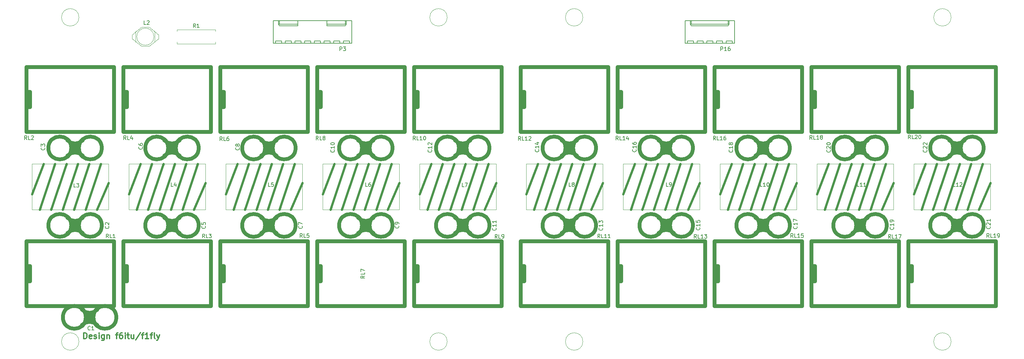
<source format=gto>
G04 #@! TF.FileFunction,Legend,Top*
%FSLAX46Y46*%
G04 Gerber Fmt 4.6, Leading zero omitted, Abs format (unit mm)*
G04 Created by KiCad (PCBNEW 4.0.6) date 04/17/17 17:22:29*
%MOMM*%
%LPD*%
G01*
G04 APERTURE LIST*
%ADD10C,0.100000*%
%ADD11C,0.300000*%
%ADD12C,0.120000*%
%ADD13C,1.000000*%
%ADD14C,0.600000*%
%ADD15C,0.150000*%
G04 APERTURE END LIST*
D10*
D11*
X41642857Y-123678571D02*
X41642857Y-122178571D01*
X42000000Y-122178571D01*
X42214285Y-122250000D01*
X42357143Y-122392857D01*
X42428571Y-122535714D01*
X42500000Y-122821429D01*
X42500000Y-123035714D01*
X42428571Y-123321429D01*
X42357143Y-123464286D01*
X42214285Y-123607143D01*
X42000000Y-123678571D01*
X41642857Y-123678571D01*
X43714285Y-123607143D02*
X43571428Y-123678571D01*
X43285714Y-123678571D01*
X43142857Y-123607143D01*
X43071428Y-123464286D01*
X43071428Y-122892857D01*
X43142857Y-122750000D01*
X43285714Y-122678571D01*
X43571428Y-122678571D01*
X43714285Y-122750000D01*
X43785714Y-122892857D01*
X43785714Y-123035714D01*
X43071428Y-123178571D01*
X44357142Y-123607143D02*
X44499999Y-123678571D01*
X44785714Y-123678571D01*
X44928571Y-123607143D01*
X44999999Y-123464286D01*
X44999999Y-123392857D01*
X44928571Y-123250000D01*
X44785714Y-123178571D01*
X44571428Y-123178571D01*
X44428571Y-123107143D01*
X44357142Y-122964286D01*
X44357142Y-122892857D01*
X44428571Y-122750000D01*
X44571428Y-122678571D01*
X44785714Y-122678571D01*
X44928571Y-122750000D01*
X45642857Y-123678571D02*
X45642857Y-122678571D01*
X45642857Y-122178571D02*
X45571428Y-122250000D01*
X45642857Y-122321429D01*
X45714285Y-122250000D01*
X45642857Y-122178571D01*
X45642857Y-122321429D01*
X47000000Y-122678571D02*
X47000000Y-123892857D01*
X46928571Y-124035714D01*
X46857143Y-124107143D01*
X46714286Y-124178571D01*
X46500000Y-124178571D01*
X46357143Y-124107143D01*
X47000000Y-123607143D02*
X46857143Y-123678571D01*
X46571429Y-123678571D01*
X46428571Y-123607143D01*
X46357143Y-123535714D01*
X46285714Y-123392857D01*
X46285714Y-122964286D01*
X46357143Y-122821429D01*
X46428571Y-122750000D01*
X46571429Y-122678571D01*
X46857143Y-122678571D01*
X47000000Y-122750000D01*
X47714286Y-122678571D02*
X47714286Y-123678571D01*
X47714286Y-122821429D02*
X47785714Y-122750000D01*
X47928572Y-122678571D01*
X48142857Y-122678571D01*
X48285714Y-122750000D01*
X48357143Y-122892857D01*
X48357143Y-123678571D01*
X50000000Y-122678571D02*
X50571429Y-122678571D01*
X50214286Y-123678571D02*
X50214286Y-122392857D01*
X50285714Y-122250000D01*
X50428572Y-122178571D01*
X50571429Y-122178571D01*
X51714286Y-122178571D02*
X51428572Y-122178571D01*
X51285715Y-122250000D01*
X51214286Y-122321429D01*
X51071429Y-122535714D01*
X51000000Y-122821429D01*
X51000000Y-123392857D01*
X51071429Y-123535714D01*
X51142857Y-123607143D01*
X51285715Y-123678571D01*
X51571429Y-123678571D01*
X51714286Y-123607143D01*
X51785715Y-123535714D01*
X51857143Y-123392857D01*
X51857143Y-123035714D01*
X51785715Y-122892857D01*
X51714286Y-122821429D01*
X51571429Y-122750000D01*
X51285715Y-122750000D01*
X51142857Y-122821429D01*
X51071429Y-122892857D01*
X51000000Y-123035714D01*
X52500000Y-123678571D02*
X52500000Y-122678571D01*
X52500000Y-122178571D02*
X52428571Y-122250000D01*
X52500000Y-122321429D01*
X52571428Y-122250000D01*
X52500000Y-122178571D01*
X52500000Y-122321429D01*
X53000000Y-122678571D02*
X53571429Y-122678571D01*
X53214286Y-122178571D02*
X53214286Y-123464286D01*
X53285714Y-123607143D01*
X53428572Y-123678571D01*
X53571429Y-123678571D01*
X54714286Y-122678571D02*
X54714286Y-123678571D01*
X54071429Y-122678571D02*
X54071429Y-123464286D01*
X54142857Y-123607143D01*
X54285715Y-123678571D01*
X54500000Y-123678571D01*
X54642857Y-123607143D01*
X54714286Y-123535714D01*
X56500000Y-122107143D02*
X55214286Y-124035714D01*
X56785715Y-122678571D02*
X57357144Y-122678571D01*
X57000001Y-123678571D02*
X57000001Y-122392857D01*
X57071429Y-122250000D01*
X57214287Y-122178571D01*
X57357144Y-122178571D01*
X58642858Y-123678571D02*
X57785715Y-123678571D01*
X58214287Y-123678571D02*
X58214287Y-122178571D01*
X58071430Y-122392857D01*
X57928572Y-122535714D01*
X57785715Y-122607143D01*
X59071429Y-122678571D02*
X59642858Y-122678571D01*
X59285715Y-123678571D02*
X59285715Y-122392857D01*
X59357143Y-122250000D01*
X59500001Y-122178571D01*
X59642858Y-122178571D01*
X60357144Y-123678571D02*
X60214286Y-123607143D01*
X60142858Y-123464286D01*
X60142858Y-122178571D01*
X60785715Y-122678571D02*
X61142858Y-123678571D01*
X61500000Y-122678571D02*
X61142858Y-123678571D01*
X61000000Y-124035714D01*
X60928572Y-124107143D01*
X60785715Y-124178571D01*
D12*
X40386000Y-39370000D02*
G75*
G03X40386000Y-39370000I-2286000J0D01*
G01*
X40386000Y-124460000D02*
G75*
G03X40386000Y-124460000I-2286000J0D01*
G01*
X268986000Y-39370000D02*
G75*
G03X268986000Y-39370000I-2286000J0D01*
G01*
X268986000Y-124460000D02*
G75*
G03X268986000Y-124460000I-2286000J0D01*
G01*
D13*
X27600000Y-108680000D02*
X26600000Y-108680000D01*
X27600000Y-104680000D02*
X26600000Y-104680000D01*
X27600000Y-104680000D02*
X27600000Y-108680000D01*
X49600000Y-98180000D02*
X26600000Y-98180000D01*
X26600000Y-98180000D02*
X26600000Y-115180000D01*
X26600000Y-115180000D02*
X49600000Y-115180000D01*
X49600000Y-115180000D02*
X49600000Y-98180000D01*
X27600000Y-62960000D02*
X26600000Y-62960000D01*
X27600000Y-58960000D02*
X26600000Y-58960000D01*
X27600000Y-58960000D02*
X27600000Y-62960000D01*
X49600000Y-52460000D02*
X26600000Y-52460000D01*
X26600000Y-52460000D02*
X26600000Y-69460000D01*
X26600000Y-69460000D02*
X49600000Y-69460000D01*
X49600000Y-69460000D02*
X49600000Y-52460000D01*
X53000000Y-108680000D02*
X52000000Y-108680000D01*
X53000000Y-104680000D02*
X52000000Y-104680000D01*
X53000000Y-104680000D02*
X53000000Y-108680000D01*
X75000000Y-98180000D02*
X52000000Y-98180000D01*
X52000000Y-98180000D02*
X52000000Y-115180000D01*
X52000000Y-115180000D02*
X75000000Y-115180000D01*
X75000000Y-115180000D02*
X75000000Y-98180000D01*
X53000000Y-62960000D02*
X52000000Y-62960000D01*
X53000000Y-58960000D02*
X52000000Y-58960000D01*
X53000000Y-58960000D02*
X53000000Y-62960000D01*
X75000000Y-52460000D02*
X52000000Y-52460000D01*
X52000000Y-52460000D02*
X52000000Y-69460000D01*
X52000000Y-69460000D02*
X75000000Y-69460000D01*
X75000000Y-69460000D02*
X75000000Y-52460000D01*
X78400000Y-108680000D02*
X77400000Y-108680000D01*
X78400000Y-104680000D02*
X77400000Y-104680000D01*
X78400000Y-104680000D02*
X78400000Y-108680000D01*
X100400000Y-98180000D02*
X77400000Y-98180000D01*
X77400000Y-98180000D02*
X77400000Y-115180000D01*
X77400000Y-115180000D02*
X100400000Y-115180000D01*
X100400000Y-115180000D02*
X100400000Y-98180000D01*
X78400000Y-62960000D02*
X77400000Y-62960000D01*
X78400000Y-58960000D02*
X77400000Y-58960000D01*
X78400000Y-58960000D02*
X78400000Y-62960000D01*
X100400000Y-52460000D02*
X77400000Y-52460000D01*
X77400000Y-52460000D02*
X77400000Y-69460000D01*
X77400000Y-69460000D02*
X100400000Y-69460000D01*
X100400000Y-69460000D02*
X100400000Y-52460000D01*
X103800000Y-108680000D02*
X102800000Y-108680000D01*
X103800000Y-104680000D02*
X102800000Y-104680000D01*
X103800000Y-104680000D02*
X103800000Y-108680000D01*
X125800000Y-98180000D02*
X102800000Y-98180000D01*
X102800000Y-98180000D02*
X102800000Y-115180000D01*
X102800000Y-115180000D02*
X125800000Y-115180000D01*
X125800000Y-115180000D02*
X125800000Y-98180000D01*
X103800000Y-62960000D02*
X102800000Y-62960000D01*
X103800000Y-58960000D02*
X102800000Y-58960000D01*
X103800000Y-58960000D02*
X103800000Y-62960000D01*
X125800000Y-52460000D02*
X102800000Y-52460000D01*
X102800000Y-52460000D02*
X102800000Y-69460000D01*
X102800000Y-69460000D02*
X125800000Y-69460000D01*
X125800000Y-69460000D02*
X125800000Y-52460000D01*
X129200000Y-108680000D02*
X128200000Y-108680000D01*
X129200000Y-104680000D02*
X128200000Y-104680000D01*
X129200000Y-104680000D02*
X129200000Y-108680000D01*
X151200000Y-98180000D02*
X128200000Y-98180000D01*
X128200000Y-98180000D02*
X128200000Y-115180000D01*
X128200000Y-115180000D02*
X151200000Y-115180000D01*
X151200000Y-115180000D02*
X151200000Y-98180000D01*
X129200000Y-62960000D02*
X128200000Y-62960000D01*
X129200000Y-58960000D02*
X128200000Y-58960000D01*
X129200000Y-58960000D02*
X129200000Y-62960000D01*
X151200000Y-52460000D02*
X128200000Y-52460000D01*
X128200000Y-52460000D02*
X128200000Y-69460000D01*
X128200000Y-69460000D02*
X151200000Y-69460000D01*
X151200000Y-69460000D02*
X151200000Y-52460000D01*
X157140000Y-108680000D02*
X156140000Y-108680000D01*
X157140000Y-104680000D02*
X156140000Y-104680000D01*
X157140000Y-104680000D02*
X157140000Y-108680000D01*
X179140000Y-98180000D02*
X156140000Y-98180000D01*
X156140000Y-98180000D02*
X156140000Y-115180000D01*
X156140000Y-115180000D02*
X179140000Y-115180000D01*
X179140000Y-115180000D02*
X179140000Y-98180000D01*
X157140000Y-62960000D02*
X156140000Y-62960000D01*
X157140000Y-58960000D02*
X156140000Y-58960000D01*
X157140000Y-58960000D02*
X157140000Y-62960000D01*
X179140000Y-52460000D02*
X156140000Y-52460000D01*
X156140000Y-52460000D02*
X156140000Y-69460000D01*
X156140000Y-69460000D02*
X179140000Y-69460000D01*
X179140000Y-69460000D02*
X179140000Y-52460000D01*
X182540000Y-108680000D02*
X181540000Y-108680000D01*
X182540000Y-104680000D02*
X181540000Y-104680000D01*
X182540000Y-104680000D02*
X182540000Y-108680000D01*
X204540000Y-98180000D02*
X181540000Y-98180000D01*
X181540000Y-98180000D02*
X181540000Y-115180000D01*
X181540000Y-115180000D02*
X204540000Y-115180000D01*
X204540000Y-115180000D02*
X204540000Y-98180000D01*
X182540000Y-62960000D02*
X181540000Y-62960000D01*
X182540000Y-58960000D02*
X181540000Y-58960000D01*
X182540000Y-58960000D02*
X182540000Y-62960000D01*
X204540000Y-52460000D02*
X181540000Y-52460000D01*
X181540000Y-52460000D02*
X181540000Y-69460000D01*
X181540000Y-69460000D02*
X204540000Y-69460000D01*
X204540000Y-69460000D02*
X204540000Y-52460000D01*
X207940000Y-108680000D02*
X206940000Y-108680000D01*
X207940000Y-104680000D02*
X206940000Y-104680000D01*
X207940000Y-104680000D02*
X207940000Y-108680000D01*
X229940000Y-98180000D02*
X206940000Y-98180000D01*
X206940000Y-98180000D02*
X206940000Y-115180000D01*
X206940000Y-115180000D02*
X229940000Y-115180000D01*
X229940000Y-115180000D02*
X229940000Y-98180000D01*
X207940000Y-62960000D02*
X206940000Y-62960000D01*
X207940000Y-58960000D02*
X206940000Y-58960000D01*
X207940000Y-58960000D02*
X207940000Y-62960000D01*
X229940000Y-52460000D02*
X206940000Y-52460000D01*
X206940000Y-52460000D02*
X206940000Y-69460000D01*
X206940000Y-69460000D02*
X229940000Y-69460000D01*
X229940000Y-69460000D02*
X229940000Y-52460000D01*
X233340000Y-108680000D02*
X232340000Y-108680000D01*
X233340000Y-104680000D02*
X232340000Y-104680000D01*
X233340000Y-104680000D02*
X233340000Y-108680000D01*
X255340000Y-98180000D02*
X232340000Y-98180000D01*
X232340000Y-98180000D02*
X232340000Y-115180000D01*
X232340000Y-115180000D02*
X255340000Y-115180000D01*
X255340000Y-115180000D02*
X255340000Y-98180000D01*
X233340000Y-62960000D02*
X232340000Y-62960000D01*
X233340000Y-58960000D02*
X232340000Y-58960000D01*
X233340000Y-58960000D02*
X233340000Y-62960000D01*
X255340000Y-52460000D02*
X232340000Y-52460000D01*
X232340000Y-52460000D02*
X232340000Y-69460000D01*
X232340000Y-69460000D02*
X255340000Y-69460000D01*
X255340000Y-69460000D02*
X255340000Y-52460000D01*
X258740000Y-108680000D02*
X257740000Y-108680000D01*
X258740000Y-104680000D02*
X257740000Y-104680000D01*
X258740000Y-104680000D02*
X258740000Y-108680000D01*
X280740000Y-98180000D02*
X257740000Y-98180000D01*
X257740000Y-98180000D02*
X257740000Y-115180000D01*
X257740000Y-115180000D02*
X280740000Y-115180000D01*
X280740000Y-115180000D02*
X280740000Y-98180000D01*
X258740000Y-62960000D02*
X257740000Y-62960000D01*
X258740000Y-58960000D02*
X257740000Y-58960000D01*
X258740000Y-58960000D02*
X258740000Y-62960000D01*
X280740000Y-52460000D02*
X257740000Y-52460000D01*
X257740000Y-52460000D02*
X257740000Y-69460000D01*
X257740000Y-69460000D02*
X280740000Y-69460000D01*
X280740000Y-69460000D02*
X280740000Y-52460000D01*
D12*
X136906000Y-124460000D02*
G75*
G03X136906000Y-124460000I-2286000J0D01*
G01*
X136906000Y-39370000D02*
G75*
G03X136906000Y-39370000I-2286000J0D01*
G01*
X172466000Y-39370000D02*
G75*
G03X172466000Y-39370000I-2286000J0D01*
G01*
X172466000Y-124460000D02*
G75*
G03X172466000Y-124460000I-2286000J0D01*
G01*
D14*
X45100000Y-89820000D02*
X48100000Y-82820000D01*
X46100000Y-77820000D02*
X42100000Y-89820000D01*
X43100000Y-77820000D02*
X39100000Y-89820000D01*
X31100000Y-77820000D02*
X28100000Y-85820000D01*
X34100000Y-77820000D02*
X30100000Y-89820000D01*
X37100000Y-77820000D02*
X33100000Y-89820000D01*
X40100000Y-77820000D02*
X36100000Y-89820000D01*
D10*
X48100000Y-89820000D02*
X28100000Y-89820000D01*
X28100000Y-89820000D02*
X28100000Y-77820000D01*
X48100000Y-77820000D02*
X48100000Y-89820000D01*
X28100000Y-77820000D02*
X48100000Y-77820000D01*
D14*
X70500000Y-89820000D02*
X73500000Y-82820000D01*
X71500000Y-77820000D02*
X67500000Y-89820000D01*
X68500000Y-77820000D02*
X64500000Y-89820000D01*
X56500000Y-77820000D02*
X53500000Y-85820000D01*
X59500000Y-77820000D02*
X55500000Y-89820000D01*
X62500000Y-77820000D02*
X58500000Y-89820000D01*
X65500000Y-77820000D02*
X61500000Y-89820000D01*
D10*
X73500000Y-89820000D02*
X53500000Y-89820000D01*
X53500000Y-89820000D02*
X53500000Y-77820000D01*
X73500000Y-77820000D02*
X73500000Y-89820000D01*
X53500000Y-77820000D02*
X73500000Y-77820000D01*
D14*
X95900000Y-89820000D02*
X98900000Y-82820000D01*
X96900000Y-77820000D02*
X92900000Y-89820000D01*
X93900000Y-77820000D02*
X89900000Y-89820000D01*
X81900000Y-77820000D02*
X78900000Y-85820000D01*
X84900000Y-77820000D02*
X80900000Y-89820000D01*
X87900000Y-77820000D02*
X83900000Y-89820000D01*
X90900000Y-77820000D02*
X86900000Y-89820000D01*
D10*
X98900000Y-89820000D02*
X78900000Y-89820000D01*
X78900000Y-89820000D02*
X78900000Y-77820000D01*
X98900000Y-77820000D02*
X98900000Y-89820000D01*
X78900000Y-77820000D02*
X98900000Y-77820000D01*
D14*
X121300000Y-89820000D02*
X124300000Y-82820000D01*
X122300000Y-77820000D02*
X118300000Y-89820000D01*
X119300000Y-77820000D02*
X115300000Y-89820000D01*
X107300000Y-77820000D02*
X104300000Y-85820000D01*
X110300000Y-77820000D02*
X106300000Y-89820000D01*
X113300000Y-77820000D02*
X109300000Y-89820000D01*
X116300000Y-77820000D02*
X112300000Y-89820000D01*
D10*
X124300000Y-89820000D02*
X104300000Y-89820000D01*
X104300000Y-89820000D02*
X104300000Y-77820000D01*
X124300000Y-77820000D02*
X124300000Y-89820000D01*
X104300000Y-77820000D02*
X124300000Y-77820000D01*
D14*
X146700000Y-89820000D02*
X149700000Y-82820000D01*
X147700000Y-77820000D02*
X143700000Y-89820000D01*
X144700000Y-77820000D02*
X140700000Y-89820000D01*
X132700000Y-77820000D02*
X129700000Y-85820000D01*
X135700000Y-77820000D02*
X131700000Y-89820000D01*
X138700000Y-77820000D02*
X134700000Y-89820000D01*
X141700000Y-77820000D02*
X137700000Y-89820000D01*
D10*
X149700000Y-89820000D02*
X129700000Y-89820000D01*
X129700000Y-89820000D02*
X129700000Y-77820000D01*
X149700000Y-77820000D02*
X149700000Y-89820000D01*
X129700000Y-77820000D02*
X149700000Y-77820000D01*
D14*
X174640000Y-89820000D02*
X177640000Y-82820000D01*
X175640000Y-77820000D02*
X171640000Y-89820000D01*
X172640000Y-77820000D02*
X168640000Y-89820000D01*
X160640000Y-77820000D02*
X157640000Y-85820000D01*
X163640000Y-77820000D02*
X159640000Y-89820000D01*
X166640000Y-77820000D02*
X162640000Y-89820000D01*
X169640000Y-77820000D02*
X165640000Y-89820000D01*
D10*
X177640000Y-89820000D02*
X157640000Y-89820000D01*
X157640000Y-89820000D02*
X157640000Y-77820000D01*
X177640000Y-77820000D02*
X177640000Y-89820000D01*
X157640000Y-77820000D02*
X177640000Y-77820000D01*
D14*
X200040000Y-89820000D02*
X203040000Y-82820000D01*
X201040000Y-77820000D02*
X197040000Y-89820000D01*
X198040000Y-77820000D02*
X194040000Y-89820000D01*
X186040000Y-77820000D02*
X183040000Y-85820000D01*
X189040000Y-77820000D02*
X185040000Y-89820000D01*
X192040000Y-77820000D02*
X188040000Y-89820000D01*
X195040000Y-77820000D02*
X191040000Y-89820000D01*
D10*
X203040000Y-89820000D02*
X183040000Y-89820000D01*
X183040000Y-89820000D02*
X183040000Y-77820000D01*
X203040000Y-77820000D02*
X203040000Y-89820000D01*
X183040000Y-77820000D02*
X203040000Y-77820000D01*
D14*
X225440000Y-89820000D02*
X228440000Y-82820000D01*
X226440000Y-77820000D02*
X222440000Y-89820000D01*
X223440000Y-77820000D02*
X219440000Y-89820000D01*
X211440000Y-77820000D02*
X208440000Y-85820000D01*
X214440000Y-77820000D02*
X210440000Y-89820000D01*
X217440000Y-77820000D02*
X213440000Y-89820000D01*
X220440000Y-77820000D02*
X216440000Y-89820000D01*
D10*
X228440000Y-89820000D02*
X208440000Y-89820000D01*
X208440000Y-89820000D02*
X208440000Y-77820000D01*
X228440000Y-77820000D02*
X228440000Y-89820000D01*
X208440000Y-77820000D02*
X228440000Y-77820000D01*
D14*
X250840000Y-89820000D02*
X253840000Y-82820000D01*
X251840000Y-77820000D02*
X247840000Y-89820000D01*
X248840000Y-77820000D02*
X244840000Y-89820000D01*
X236840000Y-77820000D02*
X233840000Y-85820000D01*
X239840000Y-77820000D02*
X235840000Y-89820000D01*
X242840000Y-77820000D02*
X238840000Y-89820000D01*
X245840000Y-77820000D02*
X241840000Y-89820000D01*
D10*
X253840000Y-89820000D02*
X233840000Y-89820000D01*
X233840000Y-89820000D02*
X233840000Y-77820000D01*
X253840000Y-77820000D02*
X253840000Y-89820000D01*
X233840000Y-77820000D02*
X253840000Y-77820000D01*
D14*
X276240000Y-89820000D02*
X279240000Y-82820000D01*
X277240000Y-77820000D02*
X273240000Y-89820000D01*
X274240000Y-77820000D02*
X270240000Y-89820000D01*
X262240000Y-77820000D02*
X259240000Y-85820000D01*
X265240000Y-77820000D02*
X261240000Y-89820000D01*
X268240000Y-77820000D02*
X264240000Y-89820000D01*
X271240000Y-77820000D02*
X267240000Y-89820000D01*
D10*
X279240000Y-89820000D02*
X259240000Y-89820000D01*
X259240000Y-89820000D02*
X259240000Y-77820000D01*
X279240000Y-77820000D02*
X279240000Y-89820000D01*
X259240000Y-77820000D02*
X279240000Y-77820000D01*
D15*
X111860000Y-46200000D02*
X111860000Y-40200000D01*
X111860000Y-40200000D02*
X91340000Y-40200000D01*
X91340000Y-40200000D02*
X91340000Y-46200000D01*
X91340000Y-46200000D02*
X111860000Y-46200000D01*
X110490000Y-40200000D02*
X110490000Y-41200000D01*
X110490000Y-41200000D02*
X105410000Y-41200000D01*
X105410000Y-41200000D02*
X105410000Y-40200000D01*
X110490000Y-41200000D02*
X110240000Y-41630000D01*
X110240000Y-41630000D02*
X105410000Y-41630000D01*
X105410000Y-41630000D02*
X105410000Y-41200000D01*
X110240000Y-40200000D02*
X110240000Y-41200000D01*
X92710000Y-40200000D02*
X92710000Y-41200000D01*
X92710000Y-41200000D02*
X97790000Y-41200000D01*
X97790000Y-41200000D02*
X97790000Y-40200000D01*
X92710000Y-41200000D02*
X92960000Y-41630000D01*
X92960000Y-41630000D02*
X97790000Y-41630000D01*
X97790000Y-41630000D02*
X97790000Y-41200000D01*
X92960000Y-40200000D02*
X92960000Y-41200000D01*
X111290000Y-46200000D02*
X111290000Y-45580000D01*
X111290000Y-45580000D02*
X109690000Y-45580000D01*
X109690000Y-45580000D02*
X109690000Y-46200000D01*
X108750000Y-46200000D02*
X108750000Y-45580000D01*
X108750000Y-45580000D02*
X107150000Y-45580000D01*
X107150000Y-45580000D02*
X107150000Y-46200000D01*
X106210000Y-46200000D02*
X106210000Y-45580000D01*
X106210000Y-45580000D02*
X104610000Y-45580000D01*
X104610000Y-45580000D02*
X104610000Y-46200000D01*
X103670000Y-46200000D02*
X103670000Y-45580000D01*
X103670000Y-45580000D02*
X102070000Y-45580000D01*
X102070000Y-45580000D02*
X102070000Y-46200000D01*
X101130000Y-46200000D02*
X101130000Y-45580000D01*
X101130000Y-45580000D02*
X99530000Y-45580000D01*
X99530000Y-45580000D02*
X99530000Y-46200000D01*
X98590000Y-46200000D02*
X98590000Y-45580000D01*
X98590000Y-45580000D02*
X96990000Y-45580000D01*
X96990000Y-45580000D02*
X96990000Y-46200000D01*
X96050000Y-46200000D02*
X96050000Y-45580000D01*
X96050000Y-45580000D02*
X94450000Y-45580000D01*
X94450000Y-45580000D02*
X94450000Y-46200000D01*
X93510000Y-46200000D02*
X93510000Y-45580000D01*
X93510000Y-45580000D02*
X91910000Y-45580000D01*
X91910000Y-45580000D02*
X91910000Y-46200000D01*
X212190000Y-46200000D02*
X212190000Y-40200000D01*
X212190000Y-40200000D02*
X199290000Y-40200000D01*
X199290000Y-40200000D02*
X199290000Y-46200000D01*
X199290000Y-46200000D02*
X212190000Y-46200000D01*
X210820000Y-40200000D02*
X210820000Y-41200000D01*
X210820000Y-41200000D02*
X200660000Y-41200000D01*
X200660000Y-41200000D02*
X200660000Y-40200000D01*
X210820000Y-41200000D02*
X210570000Y-41630000D01*
X210570000Y-41630000D02*
X200910000Y-41630000D01*
X200910000Y-41630000D02*
X200660000Y-41200000D01*
X210570000Y-40200000D02*
X210570000Y-41200000D01*
X200910000Y-40200000D02*
X200910000Y-41200000D01*
X211620000Y-46200000D02*
X211620000Y-45580000D01*
X211620000Y-45580000D02*
X210020000Y-45580000D01*
X210020000Y-45580000D02*
X210020000Y-46200000D01*
X209080000Y-46200000D02*
X209080000Y-45580000D01*
X209080000Y-45580000D02*
X207480000Y-45580000D01*
X207480000Y-45580000D02*
X207480000Y-46200000D01*
X206540000Y-46200000D02*
X206540000Y-45580000D01*
X206540000Y-45580000D02*
X204940000Y-45580000D01*
X204940000Y-45580000D02*
X204940000Y-46200000D01*
X204000000Y-46200000D02*
X204000000Y-45580000D01*
X204000000Y-45580000D02*
X202400000Y-45580000D01*
X202400000Y-45580000D02*
X202400000Y-46200000D01*
X201460000Y-46200000D02*
X201460000Y-45580000D01*
X201460000Y-45580000D02*
X199860000Y-45580000D01*
X199860000Y-45580000D02*
X199860000Y-46200000D01*
D10*
X55285000Y-45950000D02*
X55285000Y-42950000D01*
X60285000Y-45950000D02*
X60285000Y-43450000D01*
X60285000Y-43450000D02*
X60285000Y-42950000D01*
X58785000Y-41950000D02*
X61285000Y-43950000D01*
X61285000Y-43950000D02*
X61285000Y-44950000D01*
X61285000Y-44950000D02*
X58785000Y-46950000D01*
X58785000Y-46950000D02*
X56785000Y-46950000D01*
X56785000Y-46950000D02*
X54285000Y-44950000D01*
X54285000Y-44950000D02*
X54285000Y-43950000D01*
X54285000Y-43950000D02*
X56785000Y-41950000D01*
X56785000Y-41950000D02*
X58785000Y-41950000D01*
X60021068Y-44450000D02*
G75*
G03X60021068Y-44450000I-2236068J0D01*
G01*
D13*
X44180000Y-117110000D02*
X42180000Y-117110000D01*
X44180000Y-119110000D02*
X42180000Y-119110000D01*
X44180000Y-118110000D02*
X42180000Y-118110000D01*
X43180000Y-119110000D02*
X43180000Y-117110000D01*
X50180000Y-118110000D02*
G75*
G03X50180000Y-118110000I-3000000J0D01*
G01*
X42180000Y-118110000D02*
G75*
G03X42180000Y-118110000I-3000000J0D01*
G01*
X41180000Y-116110000D02*
G75*
G03X45180000Y-116110000I2000000J2000000D01*
G01*
X45180000Y-120110000D02*
G75*
G03X41180000Y-120110000I-2000000J-2000000D01*
G01*
X38370000Y-94980000D02*
X40370000Y-94980000D01*
X38370000Y-92980000D02*
X40370000Y-92980000D01*
X38370000Y-93980000D02*
X40370000Y-93980000D01*
X39370000Y-92980000D02*
X39370000Y-94980000D01*
X38370000Y-93980000D02*
G75*
G03X38370000Y-93980000I-3000000J0D01*
G01*
X46370000Y-93980000D02*
G75*
G03X46370000Y-93980000I-3000000J0D01*
G01*
X41370000Y-95980000D02*
G75*
G03X37370000Y-95980000I-2000000J-2000000D01*
G01*
X37370000Y-91980000D02*
G75*
G03X41370000Y-91980000I2000000J2000000D01*
G01*
X38370000Y-74660000D02*
X40370000Y-74660000D01*
X38370000Y-72660000D02*
X40370000Y-72660000D01*
X38370000Y-73660000D02*
X40370000Y-73660000D01*
X39370000Y-72660000D02*
X39370000Y-74660000D01*
X38370000Y-73660000D02*
G75*
G03X38370000Y-73660000I-3000000J0D01*
G01*
X46370000Y-73660000D02*
G75*
G03X46370000Y-73660000I-3000000J0D01*
G01*
X41370000Y-75660000D02*
G75*
G03X37370000Y-75660000I-2000000J-2000000D01*
G01*
X37370000Y-71660000D02*
G75*
G03X41370000Y-71660000I2000000J2000000D01*
G01*
X63770000Y-94980000D02*
X65770000Y-94980000D01*
X63770000Y-92980000D02*
X65770000Y-92980000D01*
X63770000Y-93980000D02*
X65770000Y-93980000D01*
X64770000Y-92980000D02*
X64770000Y-94980000D01*
X63770000Y-93980000D02*
G75*
G03X63770000Y-93980000I-3000000J0D01*
G01*
X71770000Y-93980000D02*
G75*
G03X71770000Y-93980000I-3000000J0D01*
G01*
X66770000Y-95980000D02*
G75*
G03X62770000Y-95980000I-2000000J-2000000D01*
G01*
X62770000Y-91980000D02*
G75*
G03X66770000Y-91980000I2000000J2000000D01*
G01*
X63770000Y-74660000D02*
X65770000Y-74660000D01*
X63770000Y-72660000D02*
X65770000Y-72660000D01*
X63770000Y-73660000D02*
X65770000Y-73660000D01*
X64770000Y-72660000D02*
X64770000Y-74660000D01*
X63770000Y-73660000D02*
G75*
G03X63770000Y-73660000I-3000000J0D01*
G01*
X71770000Y-73660000D02*
G75*
G03X71770000Y-73660000I-3000000J0D01*
G01*
X66770000Y-75660000D02*
G75*
G03X62770000Y-75660000I-2000000J-2000000D01*
G01*
X62770000Y-71660000D02*
G75*
G03X66770000Y-71660000I2000000J2000000D01*
G01*
X89170000Y-94980000D02*
X91170000Y-94980000D01*
X89170000Y-92980000D02*
X91170000Y-92980000D01*
X89170000Y-93980000D02*
X91170000Y-93980000D01*
X90170000Y-92980000D02*
X90170000Y-94980000D01*
X89170000Y-93980000D02*
G75*
G03X89170000Y-93980000I-3000000J0D01*
G01*
X97170000Y-93980000D02*
G75*
G03X97170000Y-93980000I-3000000J0D01*
G01*
X92170000Y-95980000D02*
G75*
G03X88170000Y-95980000I-2000000J-2000000D01*
G01*
X88170000Y-91980000D02*
G75*
G03X92170000Y-91980000I2000000J2000000D01*
G01*
X89170000Y-74660000D02*
X91170000Y-74660000D01*
X89170000Y-72660000D02*
X91170000Y-72660000D01*
X89170000Y-73660000D02*
X91170000Y-73660000D01*
X90170000Y-72660000D02*
X90170000Y-74660000D01*
X89170000Y-73660000D02*
G75*
G03X89170000Y-73660000I-3000000J0D01*
G01*
X97170000Y-73660000D02*
G75*
G03X97170000Y-73660000I-3000000J0D01*
G01*
X92170000Y-75660000D02*
G75*
G03X88170000Y-75660000I-2000000J-2000000D01*
G01*
X88170000Y-71660000D02*
G75*
G03X92170000Y-71660000I2000000J2000000D01*
G01*
X114570000Y-94980000D02*
X116570000Y-94980000D01*
X114570000Y-92980000D02*
X116570000Y-92980000D01*
X114570000Y-93980000D02*
X116570000Y-93980000D01*
X115570000Y-92980000D02*
X115570000Y-94980000D01*
X114570000Y-93980000D02*
G75*
G03X114570000Y-93980000I-3000000J0D01*
G01*
X122570000Y-93980000D02*
G75*
G03X122570000Y-93980000I-3000000J0D01*
G01*
X117570000Y-95980000D02*
G75*
G03X113570000Y-95980000I-2000000J-2000000D01*
G01*
X113570000Y-91980000D02*
G75*
G03X117570000Y-91980000I2000000J2000000D01*
G01*
X114570000Y-74660000D02*
X116570000Y-74660000D01*
X114570000Y-72660000D02*
X116570000Y-72660000D01*
X114570000Y-73660000D02*
X116570000Y-73660000D01*
X115570000Y-72660000D02*
X115570000Y-74660000D01*
X114570000Y-73660000D02*
G75*
G03X114570000Y-73660000I-3000000J0D01*
G01*
X122570000Y-73660000D02*
G75*
G03X122570000Y-73660000I-3000000J0D01*
G01*
X117570000Y-75660000D02*
G75*
G03X113570000Y-75660000I-2000000J-2000000D01*
G01*
X113570000Y-71660000D02*
G75*
G03X117570000Y-71660000I2000000J2000000D01*
G01*
X139970000Y-94980000D02*
X141970000Y-94980000D01*
X139970000Y-92980000D02*
X141970000Y-92980000D01*
X139970000Y-93980000D02*
X141970000Y-93980000D01*
X140970000Y-92980000D02*
X140970000Y-94980000D01*
X139970000Y-93980000D02*
G75*
G03X139970000Y-93980000I-3000000J0D01*
G01*
X147970000Y-93980000D02*
G75*
G03X147970000Y-93980000I-3000000J0D01*
G01*
X142970000Y-95980000D02*
G75*
G03X138970000Y-95980000I-2000000J-2000000D01*
G01*
X138970000Y-91980000D02*
G75*
G03X142970000Y-91980000I2000000J2000000D01*
G01*
X139970000Y-74660000D02*
X141970000Y-74660000D01*
X139970000Y-72660000D02*
X141970000Y-72660000D01*
X139970000Y-73660000D02*
X141970000Y-73660000D01*
X140970000Y-72660000D02*
X140970000Y-74660000D01*
X139970000Y-73660000D02*
G75*
G03X139970000Y-73660000I-3000000J0D01*
G01*
X147970000Y-73660000D02*
G75*
G03X147970000Y-73660000I-3000000J0D01*
G01*
X142970000Y-75660000D02*
G75*
G03X138970000Y-75660000I-2000000J-2000000D01*
G01*
X138970000Y-71660000D02*
G75*
G03X142970000Y-71660000I2000000J2000000D01*
G01*
X167910000Y-94980000D02*
X169910000Y-94980000D01*
X167910000Y-92980000D02*
X169910000Y-92980000D01*
X167910000Y-93980000D02*
X169910000Y-93980000D01*
X168910000Y-92980000D02*
X168910000Y-94980000D01*
X167910000Y-93980000D02*
G75*
G03X167910000Y-93980000I-3000000J0D01*
G01*
X175910000Y-93980000D02*
G75*
G03X175910000Y-93980000I-3000000J0D01*
G01*
X170910000Y-95980000D02*
G75*
G03X166910000Y-95980000I-2000000J-2000000D01*
G01*
X166910000Y-91980000D02*
G75*
G03X170910000Y-91980000I2000000J2000000D01*
G01*
X167910000Y-74660000D02*
X169910000Y-74660000D01*
X167910000Y-72660000D02*
X169910000Y-72660000D01*
X167910000Y-73660000D02*
X169910000Y-73660000D01*
X168910000Y-72660000D02*
X168910000Y-74660000D01*
X167910000Y-73660000D02*
G75*
G03X167910000Y-73660000I-3000000J0D01*
G01*
X175910000Y-73660000D02*
G75*
G03X175910000Y-73660000I-3000000J0D01*
G01*
X170910000Y-75660000D02*
G75*
G03X166910000Y-75660000I-2000000J-2000000D01*
G01*
X166910000Y-71660000D02*
G75*
G03X170910000Y-71660000I2000000J2000000D01*
G01*
X193310000Y-94980000D02*
X195310000Y-94980000D01*
X193310000Y-92980000D02*
X195310000Y-92980000D01*
X193310000Y-93980000D02*
X195310000Y-93980000D01*
X194310000Y-92980000D02*
X194310000Y-94980000D01*
X193310000Y-93980000D02*
G75*
G03X193310000Y-93980000I-3000000J0D01*
G01*
X201310000Y-93980000D02*
G75*
G03X201310000Y-93980000I-3000000J0D01*
G01*
X196310000Y-95980000D02*
G75*
G03X192310000Y-95980000I-2000000J-2000000D01*
G01*
X192310000Y-91980000D02*
G75*
G03X196310000Y-91980000I2000000J2000000D01*
G01*
X193310000Y-74660000D02*
X195310000Y-74660000D01*
X193310000Y-72660000D02*
X195310000Y-72660000D01*
X193310000Y-73660000D02*
X195310000Y-73660000D01*
X194310000Y-72660000D02*
X194310000Y-74660000D01*
X193310000Y-73660000D02*
G75*
G03X193310000Y-73660000I-3000000J0D01*
G01*
X201310000Y-73660000D02*
G75*
G03X201310000Y-73660000I-3000000J0D01*
G01*
X196310000Y-75660000D02*
G75*
G03X192310000Y-75660000I-2000000J-2000000D01*
G01*
X192310000Y-71660000D02*
G75*
G03X196310000Y-71660000I2000000J2000000D01*
G01*
X218710000Y-94980000D02*
X220710000Y-94980000D01*
X218710000Y-92980000D02*
X220710000Y-92980000D01*
X218710000Y-93980000D02*
X220710000Y-93980000D01*
X219710000Y-92980000D02*
X219710000Y-94980000D01*
X218710000Y-93980000D02*
G75*
G03X218710000Y-93980000I-3000000J0D01*
G01*
X226710000Y-93980000D02*
G75*
G03X226710000Y-93980000I-3000000J0D01*
G01*
X221710000Y-95980000D02*
G75*
G03X217710000Y-95980000I-2000000J-2000000D01*
G01*
X217710000Y-91980000D02*
G75*
G03X221710000Y-91980000I2000000J2000000D01*
G01*
X218710000Y-74660000D02*
X220710000Y-74660000D01*
X218710000Y-72660000D02*
X220710000Y-72660000D01*
X218710000Y-73660000D02*
X220710000Y-73660000D01*
X219710000Y-72660000D02*
X219710000Y-74660000D01*
X218710000Y-73660000D02*
G75*
G03X218710000Y-73660000I-3000000J0D01*
G01*
X226710000Y-73660000D02*
G75*
G03X226710000Y-73660000I-3000000J0D01*
G01*
X221710000Y-75660000D02*
G75*
G03X217710000Y-75660000I-2000000J-2000000D01*
G01*
X217710000Y-71660000D02*
G75*
G03X221710000Y-71660000I2000000J2000000D01*
G01*
X244110000Y-94980000D02*
X246110000Y-94980000D01*
X244110000Y-92980000D02*
X246110000Y-92980000D01*
X244110000Y-93980000D02*
X246110000Y-93980000D01*
X245110000Y-92980000D02*
X245110000Y-94980000D01*
X244110000Y-93980000D02*
G75*
G03X244110000Y-93980000I-3000000J0D01*
G01*
X252110000Y-93980000D02*
G75*
G03X252110000Y-93980000I-3000000J0D01*
G01*
X247110000Y-95980000D02*
G75*
G03X243110000Y-95980000I-2000000J-2000000D01*
G01*
X243110000Y-91980000D02*
G75*
G03X247110000Y-91980000I2000000J2000000D01*
G01*
X244110000Y-74660000D02*
X246110000Y-74660000D01*
X244110000Y-72660000D02*
X246110000Y-72660000D01*
X244110000Y-73660000D02*
X246110000Y-73660000D01*
X245110000Y-72660000D02*
X245110000Y-74660000D01*
X244110000Y-73660000D02*
G75*
G03X244110000Y-73660000I-3000000J0D01*
G01*
X252110000Y-73660000D02*
G75*
G03X252110000Y-73660000I-3000000J0D01*
G01*
X247110000Y-75660000D02*
G75*
G03X243110000Y-75660000I-2000000J-2000000D01*
G01*
X243110000Y-71660000D02*
G75*
G03X247110000Y-71660000I2000000J2000000D01*
G01*
X269510000Y-94980000D02*
X271510000Y-94980000D01*
X269510000Y-92980000D02*
X271510000Y-92980000D01*
X269510000Y-93980000D02*
X271510000Y-93980000D01*
X270510000Y-92980000D02*
X270510000Y-94980000D01*
X269510000Y-93980000D02*
G75*
G03X269510000Y-93980000I-3000000J0D01*
G01*
X277510000Y-93980000D02*
G75*
G03X277510000Y-93980000I-3000000J0D01*
G01*
X272510000Y-95980000D02*
G75*
G03X268510000Y-95980000I-2000000J-2000000D01*
G01*
X268510000Y-91980000D02*
G75*
G03X272510000Y-91980000I2000000J2000000D01*
G01*
X269510000Y-74660000D02*
X271510000Y-74660000D01*
X269510000Y-72660000D02*
X271510000Y-72660000D01*
X269510000Y-73660000D02*
X271510000Y-73660000D01*
X270510000Y-72660000D02*
X270510000Y-74660000D01*
X269510000Y-73660000D02*
G75*
G03X269510000Y-73660000I-3000000J0D01*
G01*
X277510000Y-73660000D02*
G75*
G03X277510000Y-73660000I-3000000J0D01*
G01*
X272510000Y-75660000D02*
G75*
G03X268510000Y-75660000I-2000000J-2000000D01*
G01*
X268510000Y-71660000D02*
G75*
G03X272510000Y-71660000I2000000J2000000D01*
G01*
D12*
X66110000Y-43070000D02*
X66110000Y-42590000D01*
X66110000Y-42590000D02*
X76130000Y-42590000D01*
X76130000Y-42590000D02*
X76130000Y-43070000D01*
X66110000Y-45830000D02*
X66110000Y-46310000D01*
X66110000Y-46310000D02*
X76130000Y-46310000D01*
X76130000Y-46310000D02*
X76130000Y-45830000D01*
D15*
X48128572Y-97252381D02*
X47795238Y-96776190D01*
X47557143Y-97252381D02*
X47557143Y-96252381D01*
X47938096Y-96252381D01*
X48033334Y-96300000D01*
X48080953Y-96347619D01*
X48128572Y-96442857D01*
X48128572Y-96585714D01*
X48080953Y-96680952D01*
X48033334Y-96728571D01*
X47938096Y-96776190D01*
X47557143Y-96776190D01*
X49033334Y-97252381D02*
X48557143Y-97252381D01*
X48557143Y-96252381D01*
X49890477Y-97252381D02*
X49319048Y-97252381D01*
X49604762Y-97252381D02*
X49604762Y-96252381D01*
X49509524Y-96395238D01*
X49414286Y-96490476D01*
X49319048Y-96538095D01*
X26728572Y-71452381D02*
X26395238Y-70976190D01*
X26157143Y-71452381D02*
X26157143Y-70452381D01*
X26538096Y-70452381D01*
X26633334Y-70500000D01*
X26680953Y-70547619D01*
X26728572Y-70642857D01*
X26728572Y-70785714D01*
X26680953Y-70880952D01*
X26633334Y-70928571D01*
X26538096Y-70976190D01*
X26157143Y-70976190D01*
X27633334Y-71452381D02*
X27157143Y-71452381D01*
X27157143Y-70452381D01*
X27919048Y-70547619D02*
X27966667Y-70500000D01*
X28061905Y-70452381D01*
X28300001Y-70452381D01*
X28395239Y-70500000D01*
X28442858Y-70547619D01*
X28490477Y-70642857D01*
X28490477Y-70738095D01*
X28442858Y-70880952D01*
X27871429Y-71452381D01*
X28490477Y-71452381D01*
X73328572Y-97252381D02*
X72995238Y-96776190D01*
X72757143Y-97252381D02*
X72757143Y-96252381D01*
X73138096Y-96252381D01*
X73233334Y-96300000D01*
X73280953Y-96347619D01*
X73328572Y-96442857D01*
X73328572Y-96585714D01*
X73280953Y-96680952D01*
X73233334Y-96728571D01*
X73138096Y-96776190D01*
X72757143Y-96776190D01*
X74233334Y-97252381D02*
X73757143Y-97252381D01*
X73757143Y-96252381D01*
X74471429Y-96252381D02*
X75090477Y-96252381D01*
X74757143Y-96633333D01*
X74900001Y-96633333D01*
X74995239Y-96680952D01*
X75042858Y-96728571D01*
X75090477Y-96823810D01*
X75090477Y-97061905D01*
X75042858Y-97157143D01*
X74995239Y-97204762D01*
X74900001Y-97252381D01*
X74614286Y-97252381D01*
X74519048Y-97204762D01*
X74471429Y-97157143D01*
X52728572Y-71452381D02*
X52395238Y-70976190D01*
X52157143Y-71452381D02*
X52157143Y-70452381D01*
X52538096Y-70452381D01*
X52633334Y-70500000D01*
X52680953Y-70547619D01*
X52728572Y-70642857D01*
X52728572Y-70785714D01*
X52680953Y-70880952D01*
X52633334Y-70928571D01*
X52538096Y-70976190D01*
X52157143Y-70976190D01*
X53633334Y-71452381D02*
X53157143Y-71452381D01*
X53157143Y-70452381D01*
X54395239Y-70785714D02*
X54395239Y-71452381D01*
X54157143Y-70404762D02*
X53919048Y-71119048D01*
X54538096Y-71119048D01*
X98928572Y-97152381D02*
X98595238Y-96676190D01*
X98357143Y-97152381D02*
X98357143Y-96152381D01*
X98738096Y-96152381D01*
X98833334Y-96200000D01*
X98880953Y-96247619D01*
X98928572Y-96342857D01*
X98928572Y-96485714D01*
X98880953Y-96580952D01*
X98833334Y-96628571D01*
X98738096Y-96676190D01*
X98357143Y-96676190D01*
X99833334Y-97152381D02*
X99357143Y-97152381D01*
X99357143Y-96152381D01*
X100642858Y-96152381D02*
X100166667Y-96152381D01*
X100119048Y-96628571D01*
X100166667Y-96580952D01*
X100261905Y-96533333D01*
X100500001Y-96533333D01*
X100595239Y-96580952D01*
X100642858Y-96628571D01*
X100690477Y-96723810D01*
X100690477Y-96961905D01*
X100642858Y-97057143D01*
X100595239Y-97104762D01*
X100500001Y-97152381D01*
X100261905Y-97152381D01*
X100166667Y-97104762D01*
X100119048Y-97057143D01*
X77928572Y-71752381D02*
X77595238Y-71276190D01*
X77357143Y-71752381D02*
X77357143Y-70752381D01*
X77738096Y-70752381D01*
X77833334Y-70800000D01*
X77880953Y-70847619D01*
X77928572Y-70942857D01*
X77928572Y-71085714D01*
X77880953Y-71180952D01*
X77833334Y-71228571D01*
X77738096Y-71276190D01*
X77357143Y-71276190D01*
X78833334Y-71752381D02*
X78357143Y-71752381D01*
X78357143Y-70752381D01*
X79595239Y-70752381D02*
X79404762Y-70752381D01*
X79309524Y-70800000D01*
X79261905Y-70847619D01*
X79166667Y-70990476D01*
X79119048Y-71180952D01*
X79119048Y-71561905D01*
X79166667Y-71657143D01*
X79214286Y-71704762D01*
X79309524Y-71752381D01*
X79500001Y-71752381D01*
X79595239Y-71704762D01*
X79642858Y-71657143D01*
X79690477Y-71561905D01*
X79690477Y-71323810D01*
X79642858Y-71228571D01*
X79595239Y-71180952D01*
X79500001Y-71133333D01*
X79309524Y-71133333D01*
X79214286Y-71180952D01*
X79166667Y-71228571D01*
X79119048Y-71323810D01*
X115252381Y-107251428D02*
X114776190Y-107584762D01*
X115252381Y-107822857D02*
X114252381Y-107822857D01*
X114252381Y-107441904D01*
X114300000Y-107346666D01*
X114347619Y-107299047D01*
X114442857Y-107251428D01*
X114585714Y-107251428D01*
X114680952Y-107299047D01*
X114728571Y-107346666D01*
X114776190Y-107441904D01*
X114776190Y-107822857D01*
X115252381Y-106346666D02*
X115252381Y-106822857D01*
X114252381Y-106822857D01*
X114252381Y-106108571D02*
X114252381Y-105441904D01*
X115252381Y-105870476D01*
X103128572Y-71552381D02*
X102795238Y-71076190D01*
X102557143Y-71552381D02*
X102557143Y-70552381D01*
X102938096Y-70552381D01*
X103033334Y-70600000D01*
X103080953Y-70647619D01*
X103128572Y-70742857D01*
X103128572Y-70885714D01*
X103080953Y-70980952D01*
X103033334Y-71028571D01*
X102938096Y-71076190D01*
X102557143Y-71076190D01*
X104033334Y-71552381D02*
X103557143Y-71552381D01*
X103557143Y-70552381D01*
X104509524Y-70980952D02*
X104414286Y-70933333D01*
X104366667Y-70885714D01*
X104319048Y-70790476D01*
X104319048Y-70742857D01*
X104366667Y-70647619D01*
X104414286Y-70600000D01*
X104509524Y-70552381D01*
X104700001Y-70552381D01*
X104795239Y-70600000D01*
X104842858Y-70647619D01*
X104890477Y-70742857D01*
X104890477Y-70790476D01*
X104842858Y-70885714D01*
X104795239Y-70933333D01*
X104700001Y-70980952D01*
X104509524Y-70980952D01*
X104414286Y-71028571D01*
X104366667Y-71076190D01*
X104319048Y-71171429D01*
X104319048Y-71361905D01*
X104366667Y-71457143D01*
X104414286Y-71504762D01*
X104509524Y-71552381D01*
X104700001Y-71552381D01*
X104795239Y-71504762D01*
X104842858Y-71457143D01*
X104890477Y-71361905D01*
X104890477Y-71171429D01*
X104842858Y-71076190D01*
X104795239Y-71028571D01*
X104700001Y-70980952D01*
X150028572Y-97352381D02*
X149695238Y-96876190D01*
X149457143Y-97352381D02*
X149457143Y-96352381D01*
X149838096Y-96352381D01*
X149933334Y-96400000D01*
X149980953Y-96447619D01*
X150028572Y-96542857D01*
X150028572Y-96685714D01*
X149980953Y-96780952D01*
X149933334Y-96828571D01*
X149838096Y-96876190D01*
X149457143Y-96876190D01*
X150933334Y-97352381D02*
X150457143Y-97352381D01*
X150457143Y-96352381D01*
X151314286Y-97352381D02*
X151504762Y-97352381D01*
X151600001Y-97304762D01*
X151647620Y-97257143D01*
X151742858Y-97114286D01*
X151790477Y-96923810D01*
X151790477Y-96542857D01*
X151742858Y-96447619D01*
X151695239Y-96400000D01*
X151600001Y-96352381D01*
X151409524Y-96352381D01*
X151314286Y-96400000D01*
X151266667Y-96447619D01*
X151219048Y-96542857D01*
X151219048Y-96780952D01*
X151266667Y-96876190D01*
X151314286Y-96923810D01*
X151409524Y-96971429D01*
X151600001Y-96971429D01*
X151695239Y-96923810D01*
X151742858Y-96876190D01*
X151790477Y-96780952D01*
X128552381Y-71552381D02*
X128219047Y-71076190D01*
X127980952Y-71552381D02*
X127980952Y-70552381D01*
X128361905Y-70552381D01*
X128457143Y-70600000D01*
X128504762Y-70647619D01*
X128552381Y-70742857D01*
X128552381Y-70885714D01*
X128504762Y-70980952D01*
X128457143Y-71028571D01*
X128361905Y-71076190D01*
X127980952Y-71076190D01*
X129457143Y-71552381D02*
X128980952Y-71552381D01*
X128980952Y-70552381D01*
X130314286Y-71552381D02*
X129742857Y-71552381D01*
X130028571Y-71552381D02*
X130028571Y-70552381D01*
X129933333Y-70695238D01*
X129838095Y-70790476D01*
X129742857Y-70838095D01*
X130933333Y-70552381D02*
X131028572Y-70552381D01*
X131123810Y-70600000D01*
X131171429Y-70647619D01*
X131219048Y-70742857D01*
X131266667Y-70933333D01*
X131266667Y-71171429D01*
X131219048Y-71361905D01*
X131171429Y-71457143D01*
X131123810Y-71504762D01*
X131028572Y-71552381D01*
X130933333Y-71552381D01*
X130838095Y-71504762D01*
X130790476Y-71457143D01*
X130742857Y-71361905D01*
X130695238Y-71171429D01*
X130695238Y-70933333D01*
X130742857Y-70742857D01*
X130790476Y-70647619D01*
X130838095Y-70600000D01*
X130933333Y-70552381D01*
X176952381Y-97252381D02*
X176619047Y-96776190D01*
X176380952Y-97252381D02*
X176380952Y-96252381D01*
X176761905Y-96252381D01*
X176857143Y-96300000D01*
X176904762Y-96347619D01*
X176952381Y-96442857D01*
X176952381Y-96585714D01*
X176904762Y-96680952D01*
X176857143Y-96728571D01*
X176761905Y-96776190D01*
X176380952Y-96776190D01*
X177857143Y-97252381D02*
X177380952Y-97252381D01*
X177380952Y-96252381D01*
X178714286Y-97252381D02*
X178142857Y-97252381D01*
X178428571Y-97252381D02*
X178428571Y-96252381D01*
X178333333Y-96395238D01*
X178238095Y-96490476D01*
X178142857Y-96538095D01*
X179666667Y-97252381D02*
X179095238Y-97252381D01*
X179380952Y-97252381D02*
X179380952Y-96252381D01*
X179285714Y-96395238D01*
X179190476Y-96490476D01*
X179095238Y-96538095D01*
X156152381Y-71652381D02*
X155819047Y-71176190D01*
X155580952Y-71652381D02*
X155580952Y-70652381D01*
X155961905Y-70652381D01*
X156057143Y-70700000D01*
X156104762Y-70747619D01*
X156152381Y-70842857D01*
X156152381Y-70985714D01*
X156104762Y-71080952D01*
X156057143Y-71128571D01*
X155961905Y-71176190D01*
X155580952Y-71176190D01*
X157057143Y-71652381D02*
X156580952Y-71652381D01*
X156580952Y-70652381D01*
X157914286Y-71652381D02*
X157342857Y-71652381D01*
X157628571Y-71652381D02*
X157628571Y-70652381D01*
X157533333Y-70795238D01*
X157438095Y-70890476D01*
X157342857Y-70938095D01*
X158295238Y-70747619D02*
X158342857Y-70700000D01*
X158438095Y-70652381D01*
X158676191Y-70652381D01*
X158771429Y-70700000D01*
X158819048Y-70747619D01*
X158866667Y-70842857D01*
X158866667Y-70938095D01*
X158819048Y-71080952D01*
X158247619Y-71652381D01*
X158866667Y-71652381D01*
X202252381Y-97352381D02*
X201919047Y-96876190D01*
X201680952Y-97352381D02*
X201680952Y-96352381D01*
X202061905Y-96352381D01*
X202157143Y-96400000D01*
X202204762Y-96447619D01*
X202252381Y-96542857D01*
X202252381Y-96685714D01*
X202204762Y-96780952D01*
X202157143Y-96828571D01*
X202061905Y-96876190D01*
X201680952Y-96876190D01*
X203157143Y-97352381D02*
X202680952Y-97352381D01*
X202680952Y-96352381D01*
X204014286Y-97352381D02*
X203442857Y-97352381D01*
X203728571Y-97352381D02*
X203728571Y-96352381D01*
X203633333Y-96495238D01*
X203538095Y-96590476D01*
X203442857Y-96638095D01*
X204347619Y-96352381D02*
X204966667Y-96352381D01*
X204633333Y-96733333D01*
X204776191Y-96733333D01*
X204871429Y-96780952D01*
X204919048Y-96828571D01*
X204966667Y-96923810D01*
X204966667Y-97161905D01*
X204919048Y-97257143D01*
X204871429Y-97304762D01*
X204776191Y-97352381D01*
X204490476Y-97352381D01*
X204395238Y-97304762D01*
X204347619Y-97257143D01*
X181752381Y-71552381D02*
X181419047Y-71076190D01*
X181180952Y-71552381D02*
X181180952Y-70552381D01*
X181561905Y-70552381D01*
X181657143Y-70600000D01*
X181704762Y-70647619D01*
X181752381Y-70742857D01*
X181752381Y-70885714D01*
X181704762Y-70980952D01*
X181657143Y-71028571D01*
X181561905Y-71076190D01*
X181180952Y-71076190D01*
X182657143Y-71552381D02*
X182180952Y-71552381D01*
X182180952Y-70552381D01*
X183514286Y-71552381D02*
X182942857Y-71552381D01*
X183228571Y-71552381D02*
X183228571Y-70552381D01*
X183133333Y-70695238D01*
X183038095Y-70790476D01*
X182942857Y-70838095D01*
X184371429Y-70885714D02*
X184371429Y-71552381D01*
X184133333Y-70504762D02*
X183895238Y-71219048D01*
X184514286Y-71219048D01*
X227552381Y-97152381D02*
X227219047Y-96676190D01*
X226980952Y-97152381D02*
X226980952Y-96152381D01*
X227361905Y-96152381D01*
X227457143Y-96200000D01*
X227504762Y-96247619D01*
X227552381Y-96342857D01*
X227552381Y-96485714D01*
X227504762Y-96580952D01*
X227457143Y-96628571D01*
X227361905Y-96676190D01*
X226980952Y-96676190D01*
X228457143Y-97152381D02*
X227980952Y-97152381D01*
X227980952Y-96152381D01*
X229314286Y-97152381D02*
X228742857Y-97152381D01*
X229028571Y-97152381D02*
X229028571Y-96152381D01*
X228933333Y-96295238D01*
X228838095Y-96390476D01*
X228742857Y-96438095D01*
X230219048Y-96152381D02*
X229742857Y-96152381D01*
X229695238Y-96628571D01*
X229742857Y-96580952D01*
X229838095Y-96533333D01*
X230076191Y-96533333D01*
X230171429Y-96580952D01*
X230219048Y-96628571D01*
X230266667Y-96723810D01*
X230266667Y-96961905D01*
X230219048Y-97057143D01*
X230171429Y-97104762D01*
X230076191Y-97152381D01*
X229838095Y-97152381D01*
X229742857Y-97104762D01*
X229695238Y-97057143D01*
X207252381Y-71552381D02*
X206919047Y-71076190D01*
X206680952Y-71552381D02*
X206680952Y-70552381D01*
X207061905Y-70552381D01*
X207157143Y-70600000D01*
X207204762Y-70647619D01*
X207252381Y-70742857D01*
X207252381Y-70885714D01*
X207204762Y-70980952D01*
X207157143Y-71028571D01*
X207061905Y-71076190D01*
X206680952Y-71076190D01*
X208157143Y-71552381D02*
X207680952Y-71552381D01*
X207680952Y-70552381D01*
X209014286Y-71552381D02*
X208442857Y-71552381D01*
X208728571Y-71552381D02*
X208728571Y-70552381D01*
X208633333Y-70695238D01*
X208538095Y-70790476D01*
X208442857Y-70838095D01*
X209871429Y-70552381D02*
X209680952Y-70552381D01*
X209585714Y-70600000D01*
X209538095Y-70647619D01*
X209442857Y-70790476D01*
X209395238Y-70980952D01*
X209395238Y-71361905D01*
X209442857Y-71457143D01*
X209490476Y-71504762D01*
X209585714Y-71552381D01*
X209776191Y-71552381D01*
X209871429Y-71504762D01*
X209919048Y-71457143D01*
X209966667Y-71361905D01*
X209966667Y-71123810D01*
X209919048Y-71028571D01*
X209871429Y-70980952D01*
X209776191Y-70933333D01*
X209585714Y-70933333D01*
X209490476Y-70980952D01*
X209442857Y-71028571D01*
X209395238Y-71123810D01*
X253152381Y-97352381D02*
X252819047Y-96876190D01*
X252580952Y-97352381D02*
X252580952Y-96352381D01*
X252961905Y-96352381D01*
X253057143Y-96400000D01*
X253104762Y-96447619D01*
X253152381Y-96542857D01*
X253152381Y-96685714D01*
X253104762Y-96780952D01*
X253057143Y-96828571D01*
X252961905Y-96876190D01*
X252580952Y-96876190D01*
X254057143Y-97352381D02*
X253580952Y-97352381D01*
X253580952Y-96352381D01*
X254914286Y-97352381D02*
X254342857Y-97352381D01*
X254628571Y-97352381D02*
X254628571Y-96352381D01*
X254533333Y-96495238D01*
X254438095Y-96590476D01*
X254342857Y-96638095D01*
X255247619Y-96352381D02*
X255914286Y-96352381D01*
X255485714Y-97352381D01*
X232552381Y-71352381D02*
X232219047Y-70876190D01*
X231980952Y-71352381D02*
X231980952Y-70352381D01*
X232361905Y-70352381D01*
X232457143Y-70400000D01*
X232504762Y-70447619D01*
X232552381Y-70542857D01*
X232552381Y-70685714D01*
X232504762Y-70780952D01*
X232457143Y-70828571D01*
X232361905Y-70876190D01*
X231980952Y-70876190D01*
X233457143Y-71352381D02*
X232980952Y-71352381D01*
X232980952Y-70352381D01*
X234314286Y-71352381D02*
X233742857Y-71352381D01*
X234028571Y-71352381D02*
X234028571Y-70352381D01*
X233933333Y-70495238D01*
X233838095Y-70590476D01*
X233742857Y-70638095D01*
X234885714Y-70780952D02*
X234790476Y-70733333D01*
X234742857Y-70685714D01*
X234695238Y-70590476D01*
X234695238Y-70542857D01*
X234742857Y-70447619D01*
X234790476Y-70400000D01*
X234885714Y-70352381D01*
X235076191Y-70352381D01*
X235171429Y-70400000D01*
X235219048Y-70447619D01*
X235266667Y-70542857D01*
X235266667Y-70590476D01*
X235219048Y-70685714D01*
X235171429Y-70733333D01*
X235076191Y-70780952D01*
X234885714Y-70780952D01*
X234790476Y-70828571D01*
X234742857Y-70876190D01*
X234695238Y-70971429D01*
X234695238Y-71161905D01*
X234742857Y-71257143D01*
X234790476Y-71304762D01*
X234885714Y-71352381D01*
X235076191Y-71352381D01*
X235171429Y-71304762D01*
X235219048Y-71257143D01*
X235266667Y-71161905D01*
X235266667Y-70971429D01*
X235219048Y-70876190D01*
X235171429Y-70828571D01*
X235076191Y-70780952D01*
X278952381Y-97152381D02*
X278619047Y-96676190D01*
X278380952Y-97152381D02*
X278380952Y-96152381D01*
X278761905Y-96152381D01*
X278857143Y-96200000D01*
X278904762Y-96247619D01*
X278952381Y-96342857D01*
X278952381Y-96485714D01*
X278904762Y-96580952D01*
X278857143Y-96628571D01*
X278761905Y-96676190D01*
X278380952Y-96676190D01*
X279857143Y-97152381D02*
X279380952Y-97152381D01*
X279380952Y-96152381D01*
X280714286Y-97152381D02*
X280142857Y-97152381D01*
X280428571Y-97152381D02*
X280428571Y-96152381D01*
X280333333Y-96295238D01*
X280238095Y-96390476D01*
X280142857Y-96438095D01*
X281190476Y-97152381D02*
X281380952Y-97152381D01*
X281476191Y-97104762D01*
X281523810Y-97057143D01*
X281619048Y-96914286D01*
X281666667Y-96723810D01*
X281666667Y-96342857D01*
X281619048Y-96247619D01*
X281571429Y-96200000D01*
X281476191Y-96152381D01*
X281285714Y-96152381D01*
X281190476Y-96200000D01*
X281142857Y-96247619D01*
X281095238Y-96342857D01*
X281095238Y-96580952D01*
X281142857Y-96676190D01*
X281190476Y-96723810D01*
X281285714Y-96771429D01*
X281476191Y-96771429D01*
X281571429Y-96723810D01*
X281619048Y-96676190D01*
X281666667Y-96580952D01*
X258352381Y-71252381D02*
X258019047Y-70776190D01*
X257780952Y-71252381D02*
X257780952Y-70252381D01*
X258161905Y-70252381D01*
X258257143Y-70300000D01*
X258304762Y-70347619D01*
X258352381Y-70442857D01*
X258352381Y-70585714D01*
X258304762Y-70680952D01*
X258257143Y-70728571D01*
X258161905Y-70776190D01*
X257780952Y-70776190D01*
X259257143Y-71252381D02*
X258780952Y-71252381D01*
X258780952Y-70252381D01*
X259542857Y-70347619D02*
X259590476Y-70300000D01*
X259685714Y-70252381D01*
X259923810Y-70252381D01*
X260019048Y-70300000D01*
X260066667Y-70347619D01*
X260114286Y-70442857D01*
X260114286Y-70538095D01*
X260066667Y-70680952D01*
X259495238Y-71252381D01*
X260114286Y-71252381D01*
X260733333Y-70252381D02*
X260828572Y-70252381D01*
X260923810Y-70300000D01*
X260971429Y-70347619D01*
X261019048Y-70442857D01*
X261066667Y-70633333D01*
X261066667Y-70871429D01*
X261019048Y-71061905D01*
X260971429Y-71157143D01*
X260923810Y-71204762D01*
X260828572Y-71252381D01*
X260733333Y-71252381D01*
X260638095Y-71204762D01*
X260590476Y-71157143D01*
X260542857Y-71061905D01*
X260495238Y-70871429D01*
X260495238Y-70633333D01*
X260542857Y-70442857D01*
X260590476Y-70347619D01*
X260638095Y-70300000D01*
X260733333Y-70252381D01*
X39533334Y-83952381D02*
X39057143Y-83952381D01*
X39057143Y-82952381D01*
X39771429Y-82952381D02*
X40390477Y-82952381D01*
X40057143Y-83333333D01*
X40200001Y-83333333D01*
X40295239Y-83380952D01*
X40342858Y-83428571D01*
X40390477Y-83523810D01*
X40390477Y-83761905D01*
X40342858Y-83857143D01*
X40295239Y-83904762D01*
X40200001Y-83952381D01*
X39914286Y-83952381D01*
X39819048Y-83904762D01*
X39771429Y-83857143D01*
X65033334Y-83752381D02*
X64557143Y-83752381D01*
X64557143Y-82752381D01*
X65795239Y-83085714D02*
X65795239Y-83752381D01*
X65557143Y-82704762D02*
X65319048Y-83419048D01*
X65938096Y-83419048D01*
X90533334Y-83752381D02*
X90057143Y-83752381D01*
X90057143Y-82752381D01*
X91342858Y-82752381D02*
X90866667Y-82752381D01*
X90819048Y-83228571D01*
X90866667Y-83180952D01*
X90961905Y-83133333D01*
X91200001Y-83133333D01*
X91295239Y-83180952D01*
X91342858Y-83228571D01*
X91390477Y-83323810D01*
X91390477Y-83561905D01*
X91342858Y-83657143D01*
X91295239Y-83704762D01*
X91200001Y-83752381D01*
X90961905Y-83752381D01*
X90866667Y-83704762D01*
X90819048Y-83657143D01*
X116033334Y-83752381D02*
X115557143Y-83752381D01*
X115557143Y-82752381D01*
X116795239Y-82752381D02*
X116604762Y-82752381D01*
X116509524Y-82800000D01*
X116461905Y-82847619D01*
X116366667Y-82990476D01*
X116319048Y-83180952D01*
X116319048Y-83561905D01*
X116366667Y-83657143D01*
X116414286Y-83704762D01*
X116509524Y-83752381D01*
X116700001Y-83752381D01*
X116795239Y-83704762D01*
X116842858Y-83657143D01*
X116890477Y-83561905D01*
X116890477Y-83323810D01*
X116842858Y-83228571D01*
X116795239Y-83180952D01*
X116700001Y-83133333D01*
X116509524Y-83133333D01*
X116414286Y-83180952D01*
X116366667Y-83228571D01*
X116319048Y-83323810D01*
X141333334Y-83852381D02*
X140857143Y-83852381D01*
X140857143Y-82852381D01*
X141571429Y-82852381D02*
X142238096Y-82852381D01*
X141809524Y-83852381D01*
X169333334Y-83752381D02*
X168857143Y-83752381D01*
X168857143Y-82752381D01*
X169809524Y-83180952D02*
X169714286Y-83133333D01*
X169666667Y-83085714D01*
X169619048Y-82990476D01*
X169619048Y-82942857D01*
X169666667Y-82847619D01*
X169714286Y-82800000D01*
X169809524Y-82752381D01*
X170000001Y-82752381D01*
X170095239Y-82800000D01*
X170142858Y-82847619D01*
X170190477Y-82942857D01*
X170190477Y-82990476D01*
X170142858Y-83085714D01*
X170095239Y-83133333D01*
X170000001Y-83180952D01*
X169809524Y-83180952D01*
X169714286Y-83228571D01*
X169666667Y-83276190D01*
X169619048Y-83371429D01*
X169619048Y-83561905D01*
X169666667Y-83657143D01*
X169714286Y-83704762D01*
X169809524Y-83752381D01*
X170000001Y-83752381D01*
X170095239Y-83704762D01*
X170142858Y-83657143D01*
X170190477Y-83561905D01*
X170190477Y-83371429D01*
X170142858Y-83276190D01*
X170095239Y-83228571D01*
X170000001Y-83180952D01*
X194833334Y-83752381D02*
X194357143Y-83752381D01*
X194357143Y-82752381D01*
X195214286Y-83752381D02*
X195404762Y-83752381D01*
X195500001Y-83704762D01*
X195547620Y-83657143D01*
X195642858Y-83514286D01*
X195690477Y-83323810D01*
X195690477Y-82942857D01*
X195642858Y-82847619D01*
X195595239Y-82800000D01*
X195500001Y-82752381D01*
X195309524Y-82752381D01*
X195214286Y-82800000D01*
X195166667Y-82847619D01*
X195119048Y-82942857D01*
X195119048Y-83180952D01*
X195166667Y-83276190D01*
X195214286Y-83323810D01*
X195309524Y-83371429D01*
X195500001Y-83371429D01*
X195595239Y-83323810D01*
X195642858Y-83276190D01*
X195690477Y-83180952D01*
X219457143Y-83752381D02*
X218980952Y-83752381D01*
X218980952Y-82752381D01*
X220314286Y-83752381D02*
X219742857Y-83752381D01*
X220028571Y-83752381D02*
X220028571Y-82752381D01*
X219933333Y-82895238D01*
X219838095Y-82990476D01*
X219742857Y-83038095D01*
X220933333Y-82752381D02*
X221028572Y-82752381D01*
X221123810Y-82800000D01*
X221171429Y-82847619D01*
X221219048Y-82942857D01*
X221266667Y-83133333D01*
X221266667Y-83371429D01*
X221219048Y-83561905D01*
X221171429Y-83657143D01*
X221123810Y-83704762D01*
X221028572Y-83752381D01*
X220933333Y-83752381D01*
X220838095Y-83704762D01*
X220790476Y-83657143D01*
X220742857Y-83561905D01*
X220695238Y-83371429D01*
X220695238Y-83133333D01*
X220742857Y-82942857D01*
X220790476Y-82847619D01*
X220838095Y-82800000D01*
X220933333Y-82752381D01*
X244857143Y-83752381D02*
X244380952Y-83752381D01*
X244380952Y-82752381D01*
X245714286Y-83752381D02*
X245142857Y-83752381D01*
X245428571Y-83752381D02*
X245428571Y-82752381D01*
X245333333Y-82895238D01*
X245238095Y-82990476D01*
X245142857Y-83038095D01*
X246666667Y-83752381D02*
X246095238Y-83752381D01*
X246380952Y-83752381D02*
X246380952Y-82752381D01*
X246285714Y-82895238D01*
X246190476Y-82990476D01*
X246095238Y-83038095D01*
X270057143Y-83752381D02*
X269580952Y-83752381D01*
X269580952Y-82752381D01*
X270914286Y-83752381D02*
X270342857Y-83752381D01*
X270628571Y-83752381D02*
X270628571Y-82752381D01*
X270533333Y-82895238D01*
X270438095Y-82990476D01*
X270342857Y-83038095D01*
X271295238Y-82847619D02*
X271342857Y-82800000D01*
X271438095Y-82752381D01*
X271676191Y-82752381D01*
X271771429Y-82800000D01*
X271819048Y-82847619D01*
X271866667Y-82942857D01*
X271866667Y-83038095D01*
X271819048Y-83180952D01*
X271247619Y-83752381D01*
X271866667Y-83752381D01*
X108751905Y-48132381D02*
X108751905Y-47132381D01*
X109132858Y-47132381D01*
X109228096Y-47180000D01*
X109275715Y-47227619D01*
X109323334Y-47322857D01*
X109323334Y-47465714D01*
X109275715Y-47560952D01*
X109228096Y-47608571D01*
X109132858Y-47656190D01*
X108751905Y-47656190D01*
X109656667Y-47132381D02*
X110275715Y-47132381D01*
X109942381Y-47513333D01*
X110085239Y-47513333D01*
X110180477Y-47560952D01*
X110228096Y-47608571D01*
X110275715Y-47703810D01*
X110275715Y-47941905D01*
X110228096Y-48037143D01*
X110180477Y-48084762D01*
X110085239Y-48132381D01*
X109799524Y-48132381D01*
X109704286Y-48084762D01*
X109656667Y-48037143D01*
X208605714Y-48132381D02*
X208605714Y-47132381D01*
X208986667Y-47132381D01*
X209081905Y-47180000D01*
X209129524Y-47227619D01*
X209177143Y-47322857D01*
X209177143Y-47465714D01*
X209129524Y-47560952D01*
X209081905Y-47608571D01*
X208986667Y-47656190D01*
X208605714Y-47656190D01*
X210129524Y-48132381D02*
X209558095Y-48132381D01*
X209843809Y-48132381D02*
X209843809Y-47132381D01*
X209748571Y-47275238D01*
X209653333Y-47370476D01*
X209558095Y-47418095D01*
X210986667Y-47132381D02*
X210796190Y-47132381D01*
X210700952Y-47180000D01*
X210653333Y-47227619D01*
X210558095Y-47370476D01*
X210510476Y-47560952D01*
X210510476Y-47941905D01*
X210558095Y-48037143D01*
X210605714Y-48084762D01*
X210700952Y-48132381D01*
X210891429Y-48132381D01*
X210986667Y-48084762D01*
X211034286Y-48037143D01*
X211081905Y-47941905D01*
X211081905Y-47703810D01*
X211034286Y-47608571D01*
X210986667Y-47560952D01*
X210891429Y-47513333D01*
X210700952Y-47513333D01*
X210605714Y-47560952D01*
X210558095Y-47608571D01*
X210510476Y-47703810D01*
X57933334Y-41252381D02*
X57457143Y-41252381D01*
X57457143Y-40252381D01*
X58219048Y-40347619D02*
X58266667Y-40300000D01*
X58361905Y-40252381D01*
X58600001Y-40252381D01*
X58695239Y-40300000D01*
X58742858Y-40347619D01*
X58790477Y-40442857D01*
X58790477Y-40538095D01*
X58742858Y-40680952D01*
X58171429Y-41252381D01*
X58790477Y-41252381D01*
X43333334Y-121357143D02*
X43285715Y-121404762D01*
X43142858Y-121452381D01*
X43047620Y-121452381D01*
X42904762Y-121404762D01*
X42809524Y-121309524D01*
X42761905Y-121214286D01*
X42714286Y-121023810D01*
X42714286Y-120880952D01*
X42761905Y-120690476D01*
X42809524Y-120595238D01*
X42904762Y-120500000D01*
X43047620Y-120452381D01*
X43142858Y-120452381D01*
X43285715Y-120500000D01*
X43333334Y-120547619D01*
X44285715Y-121452381D02*
X43714286Y-121452381D01*
X44000000Y-121452381D02*
X44000000Y-120452381D01*
X43904762Y-120595238D01*
X43809524Y-120690476D01*
X43714286Y-120738095D01*
X48157143Y-94166666D02*
X48204762Y-94214285D01*
X48252381Y-94357142D01*
X48252381Y-94452380D01*
X48204762Y-94595238D01*
X48109524Y-94690476D01*
X48014286Y-94738095D01*
X47823810Y-94785714D01*
X47680952Y-94785714D01*
X47490476Y-94738095D01*
X47395238Y-94690476D01*
X47300000Y-94595238D01*
X47252381Y-94452380D01*
X47252381Y-94357142D01*
X47300000Y-94214285D01*
X47347619Y-94166666D01*
X47347619Y-93785714D02*
X47300000Y-93738095D01*
X47252381Y-93642857D01*
X47252381Y-93404761D01*
X47300000Y-93309523D01*
X47347619Y-93261904D01*
X47442857Y-93214285D01*
X47538095Y-93214285D01*
X47680952Y-93261904D01*
X48252381Y-93833333D01*
X48252381Y-93214285D01*
X31357143Y-73566666D02*
X31404762Y-73614285D01*
X31452381Y-73757142D01*
X31452381Y-73852380D01*
X31404762Y-73995238D01*
X31309524Y-74090476D01*
X31214286Y-74138095D01*
X31023810Y-74185714D01*
X30880952Y-74185714D01*
X30690476Y-74138095D01*
X30595238Y-74090476D01*
X30500000Y-73995238D01*
X30452381Y-73852380D01*
X30452381Y-73757142D01*
X30500000Y-73614285D01*
X30547619Y-73566666D01*
X30452381Y-73233333D02*
X30452381Y-72614285D01*
X30833333Y-72947619D01*
X30833333Y-72804761D01*
X30880952Y-72709523D01*
X30928571Y-72661904D01*
X31023810Y-72614285D01*
X31261905Y-72614285D01*
X31357143Y-72661904D01*
X31404762Y-72709523D01*
X31452381Y-72804761D01*
X31452381Y-73090476D01*
X31404762Y-73185714D01*
X31357143Y-73233333D01*
X73457143Y-94166666D02*
X73504762Y-94214285D01*
X73552381Y-94357142D01*
X73552381Y-94452380D01*
X73504762Y-94595238D01*
X73409524Y-94690476D01*
X73314286Y-94738095D01*
X73123810Y-94785714D01*
X72980952Y-94785714D01*
X72790476Y-94738095D01*
X72695238Y-94690476D01*
X72600000Y-94595238D01*
X72552381Y-94452380D01*
X72552381Y-94357142D01*
X72600000Y-94214285D01*
X72647619Y-94166666D01*
X72552381Y-93261904D02*
X72552381Y-93738095D01*
X73028571Y-93785714D01*
X72980952Y-93738095D01*
X72933333Y-93642857D01*
X72933333Y-93404761D01*
X72980952Y-93309523D01*
X73028571Y-93261904D01*
X73123810Y-93214285D01*
X73361905Y-93214285D01*
X73457143Y-93261904D01*
X73504762Y-93309523D01*
X73552381Y-93404761D01*
X73552381Y-93642857D01*
X73504762Y-93738095D01*
X73457143Y-93785714D01*
X56957143Y-73366666D02*
X57004762Y-73414285D01*
X57052381Y-73557142D01*
X57052381Y-73652380D01*
X57004762Y-73795238D01*
X56909524Y-73890476D01*
X56814286Y-73938095D01*
X56623810Y-73985714D01*
X56480952Y-73985714D01*
X56290476Y-73938095D01*
X56195238Y-73890476D01*
X56100000Y-73795238D01*
X56052381Y-73652380D01*
X56052381Y-73557142D01*
X56100000Y-73414285D01*
X56147619Y-73366666D01*
X56052381Y-72509523D02*
X56052381Y-72700000D01*
X56100000Y-72795238D01*
X56147619Y-72842857D01*
X56290476Y-72938095D01*
X56480952Y-72985714D01*
X56861905Y-72985714D01*
X56957143Y-72938095D01*
X57004762Y-72890476D01*
X57052381Y-72795238D01*
X57052381Y-72604761D01*
X57004762Y-72509523D01*
X56957143Y-72461904D01*
X56861905Y-72414285D01*
X56623810Y-72414285D01*
X56528571Y-72461904D01*
X56480952Y-72509523D01*
X56433333Y-72604761D01*
X56433333Y-72795238D01*
X56480952Y-72890476D01*
X56528571Y-72938095D01*
X56623810Y-72985714D01*
X98857143Y-94166666D02*
X98904762Y-94214285D01*
X98952381Y-94357142D01*
X98952381Y-94452380D01*
X98904762Y-94595238D01*
X98809524Y-94690476D01*
X98714286Y-94738095D01*
X98523810Y-94785714D01*
X98380952Y-94785714D01*
X98190476Y-94738095D01*
X98095238Y-94690476D01*
X98000000Y-94595238D01*
X97952381Y-94452380D01*
X97952381Y-94357142D01*
X98000000Y-94214285D01*
X98047619Y-94166666D01*
X97952381Y-93833333D02*
X97952381Y-93166666D01*
X98952381Y-93595238D01*
X82357143Y-73566666D02*
X82404762Y-73614285D01*
X82452381Y-73757142D01*
X82452381Y-73852380D01*
X82404762Y-73995238D01*
X82309524Y-74090476D01*
X82214286Y-74138095D01*
X82023810Y-74185714D01*
X81880952Y-74185714D01*
X81690476Y-74138095D01*
X81595238Y-74090476D01*
X81500000Y-73995238D01*
X81452381Y-73852380D01*
X81452381Y-73757142D01*
X81500000Y-73614285D01*
X81547619Y-73566666D01*
X81880952Y-72995238D02*
X81833333Y-73090476D01*
X81785714Y-73138095D01*
X81690476Y-73185714D01*
X81642857Y-73185714D01*
X81547619Y-73138095D01*
X81500000Y-73090476D01*
X81452381Y-72995238D01*
X81452381Y-72804761D01*
X81500000Y-72709523D01*
X81547619Y-72661904D01*
X81642857Y-72614285D01*
X81690476Y-72614285D01*
X81785714Y-72661904D01*
X81833333Y-72709523D01*
X81880952Y-72804761D01*
X81880952Y-72995238D01*
X81928571Y-73090476D01*
X81976190Y-73138095D01*
X82071429Y-73185714D01*
X82261905Y-73185714D01*
X82357143Y-73138095D01*
X82404762Y-73090476D01*
X82452381Y-72995238D01*
X82452381Y-72804761D01*
X82404762Y-72709523D01*
X82357143Y-72661904D01*
X82261905Y-72614285D01*
X82071429Y-72614285D01*
X81976190Y-72661904D01*
X81928571Y-72709523D01*
X81880952Y-72804761D01*
X124157143Y-94066666D02*
X124204762Y-94114285D01*
X124252381Y-94257142D01*
X124252381Y-94352380D01*
X124204762Y-94495238D01*
X124109524Y-94590476D01*
X124014286Y-94638095D01*
X123823810Y-94685714D01*
X123680952Y-94685714D01*
X123490476Y-94638095D01*
X123395238Y-94590476D01*
X123300000Y-94495238D01*
X123252381Y-94352380D01*
X123252381Y-94257142D01*
X123300000Y-94114285D01*
X123347619Y-94066666D01*
X124252381Y-93590476D02*
X124252381Y-93400000D01*
X124204762Y-93304761D01*
X124157143Y-93257142D01*
X124014286Y-93161904D01*
X123823810Y-93114285D01*
X123442857Y-93114285D01*
X123347619Y-93161904D01*
X123300000Y-93209523D01*
X123252381Y-93304761D01*
X123252381Y-93495238D01*
X123300000Y-93590476D01*
X123347619Y-93638095D01*
X123442857Y-93685714D01*
X123680952Y-93685714D01*
X123776190Y-93638095D01*
X123823810Y-93590476D01*
X123871429Y-93495238D01*
X123871429Y-93304761D01*
X123823810Y-93209523D01*
X123776190Y-93161904D01*
X123680952Y-93114285D01*
X107257143Y-74142857D02*
X107304762Y-74190476D01*
X107352381Y-74333333D01*
X107352381Y-74428571D01*
X107304762Y-74571429D01*
X107209524Y-74666667D01*
X107114286Y-74714286D01*
X106923810Y-74761905D01*
X106780952Y-74761905D01*
X106590476Y-74714286D01*
X106495238Y-74666667D01*
X106400000Y-74571429D01*
X106352381Y-74428571D01*
X106352381Y-74333333D01*
X106400000Y-74190476D01*
X106447619Y-74142857D01*
X107352381Y-73190476D02*
X107352381Y-73761905D01*
X107352381Y-73476191D02*
X106352381Y-73476191D01*
X106495238Y-73571429D01*
X106590476Y-73666667D01*
X106638095Y-73761905D01*
X106352381Y-72571429D02*
X106352381Y-72476190D01*
X106400000Y-72380952D01*
X106447619Y-72333333D01*
X106542857Y-72285714D01*
X106733333Y-72238095D01*
X106971429Y-72238095D01*
X107161905Y-72285714D01*
X107257143Y-72333333D01*
X107304762Y-72380952D01*
X107352381Y-72476190D01*
X107352381Y-72571429D01*
X107304762Y-72666667D01*
X107257143Y-72714286D01*
X107161905Y-72761905D01*
X106971429Y-72809524D01*
X106733333Y-72809524D01*
X106542857Y-72761905D01*
X106447619Y-72714286D01*
X106400000Y-72666667D01*
X106352381Y-72571429D01*
X149657143Y-94642857D02*
X149704762Y-94690476D01*
X149752381Y-94833333D01*
X149752381Y-94928571D01*
X149704762Y-95071429D01*
X149609524Y-95166667D01*
X149514286Y-95214286D01*
X149323810Y-95261905D01*
X149180952Y-95261905D01*
X148990476Y-95214286D01*
X148895238Y-95166667D01*
X148800000Y-95071429D01*
X148752381Y-94928571D01*
X148752381Y-94833333D01*
X148800000Y-94690476D01*
X148847619Y-94642857D01*
X149752381Y-93690476D02*
X149752381Y-94261905D01*
X149752381Y-93976191D02*
X148752381Y-93976191D01*
X148895238Y-94071429D01*
X148990476Y-94166667D01*
X149038095Y-94261905D01*
X149752381Y-92738095D02*
X149752381Y-93309524D01*
X149752381Y-93023810D02*
X148752381Y-93023810D01*
X148895238Y-93119048D01*
X148990476Y-93214286D01*
X149038095Y-93309524D01*
X132757143Y-74142857D02*
X132804762Y-74190476D01*
X132852381Y-74333333D01*
X132852381Y-74428571D01*
X132804762Y-74571429D01*
X132709524Y-74666667D01*
X132614286Y-74714286D01*
X132423810Y-74761905D01*
X132280952Y-74761905D01*
X132090476Y-74714286D01*
X131995238Y-74666667D01*
X131900000Y-74571429D01*
X131852381Y-74428571D01*
X131852381Y-74333333D01*
X131900000Y-74190476D01*
X131947619Y-74142857D01*
X132852381Y-73190476D02*
X132852381Y-73761905D01*
X132852381Y-73476191D02*
X131852381Y-73476191D01*
X131995238Y-73571429D01*
X132090476Y-73666667D01*
X132138095Y-73761905D01*
X131947619Y-72809524D02*
X131900000Y-72761905D01*
X131852381Y-72666667D01*
X131852381Y-72428571D01*
X131900000Y-72333333D01*
X131947619Y-72285714D01*
X132042857Y-72238095D01*
X132138095Y-72238095D01*
X132280952Y-72285714D01*
X132852381Y-72857143D01*
X132852381Y-72238095D01*
X177557143Y-94642857D02*
X177604762Y-94690476D01*
X177652381Y-94833333D01*
X177652381Y-94928571D01*
X177604762Y-95071429D01*
X177509524Y-95166667D01*
X177414286Y-95214286D01*
X177223810Y-95261905D01*
X177080952Y-95261905D01*
X176890476Y-95214286D01*
X176795238Y-95166667D01*
X176700000Y-95071429D01*
X176652381Y-94928571D01*
X176652381Y-94833333D01*
X176700000Y-94690476D01*
X176747619Y-94642857D01*
X177652381Y-93690476D02*
X177652381Y-94261905D01*
X177652381Y-93976191D02*
X176652381Y-93976191D01*
X176795238Y-94071429D01*
X176890476Y-94166667D01*
X176938095Y-94261905D01*
X176652381Y-93357143D02*
X176652381Y-92738095D01*
X177033333Y-93071429D01*
X177033333Y-92928571D01*
X177080952Y-92833333D01*
X177128571Y-92785714D01*
X177223810Y-92738095D01*
X177461905Y-92738095D01*
X177557143Y-92785714D01*
X177604762Y-92833333D01*
X177652381Y-92928571D01*
X177652381Y-93214286D01*
X177604762Y-93309524D01*
X177557143Y-93357143D01*
X160857143Y-74042857D02*
X160904762Y-74090476D01*
X160952381Y-74233333D01*
X160952381Y-74328571D01*
X160904762Y-74471429D01*
X160809524Y-74566667D01*
X160714286Y-74614286D01*
X160523810Y-74661905D01*
X160380952Y-74661905D01*
X160190476Y-74614286D01*
X160095238Y-74566667D01*
X160000000Y-74471429D01*
X159952381Y-74328571D01*
X159952381Y-74233333D01*
X160000000Y-74090476D01*
X160047619Y-74042857D01*
X160952381Y-73090476D02*
X160952381Y-73661905D01*
X160952381Y-73376191D02*
X159952381Y-73376191D01*
X160095238Y-73471429D01*
X160190476Y-73566667D01*
X160238095Y-73661905D01*
X160285714Y-72233333D02*
X160952381Y-72233333D01*
X159904762Y-72471429D02*
X160619048Y-72709524D01*
X160619048Y-72090476D01*
X203057143Y-94542857D02*
X203104762Y-94590476D01*
X203152381Y-94733333D01*
X203152381Y-94828571D01*
X203104762Y-94971429D01*
X203009524Y-95066667D01*
X202914286Y-95114286D01*
X202723810Y-95161905D01*
X202580952Y-95161905D01*
X202390476Y-95114286D01*
X202295238Y-95066667D01*
X202200000Y-94971429D01*
X202152381Y-94828571D01*
X202152381Y-94733333D01*
X202200000Y-94590476D01*
X202247619Y-94542857D01*
X203152381Y-93590476D02*
X203152381Y-94161905D01*
X203152381Y-93876191D02*
X202152381Y-93876191D01*
X202295238Y-93971429D01*
X202390476Y-94066667D01*
X202438095Y-94161905D01*
X202152381Y-92685714D02*
X202152381Y-93161905D01*
X202628571Y-93209524D01*
X202580952Y-93161905D01*
X202533333Y-93066667D01*
X202533333Y-92828571D01*
X202580952Y-92733333D01*
X202628571Y-92685714D01*
X202723810Y-92638095D01*
X202961905Y-92638095D01*
X203057143Y-92685714D01*
X203104762Y-92733333D01*
X203152381Y-92828571D01*
X203152381Y-93066667D01*
X203104762Y-93161905D01*
X203057143Y-93209524D01*
X186357143Y-74042857D02*
X186404762Y-74090476D01*
X186452381Y-74233333D01*
X186452381Y-74328571D01*
X186404762Y-74471429D01*
X186309524Y-74566667D01*
X186214286Y-74614286D01*
X186023810Y-74661905D01*
X185880952Y-74661905D01*
X185690476Y-74614286D01*
X185595238Y-74566667D01*
X185500000Y-74471429D01*
X185452381Y-74328571D01*
X185452381Y-74233333D01*
X185500000Y-74090476D01*
X185547619Y-74042857D01*
X186452381Y-73090476D02*
X186452381Y-73661905D01*
X186452381Y-73376191D02*
X185452381Y-73376191D01*
X185595238Y-73471429D01*
X185690476Y-73566667D01*
X185738095Y-73661905D01*
X185452381Y-72233333D02*
X185452381Y-72423810D01*
X185500000Y-72519048D01*
X185547619Y-72566667D01*
X185690476Y-72661905D01*
X185880952Y-72709524D01*
X186261905Y-72709524D01*
X186357143Y-72661905D01*
X186404762Y-72614286D01*
X186452381Y-72519048D01*
X186452381Y-72328571D01*
X186404762Y-72233333D01*
X186357143Y-72185714D01*
X186261905Y-72138095D01*
X186023810Y-72138095D01*
X185928571Y-72185714D01*
X185880952Y-72233333D01*
X185833333Y-72328571D01*
X185833333Y-72519048D01*
X185880952Y-72614286D01*
X185928571Y-72661905D01*
X186023810Y-72709524D01*
X228557143Y-94242857D02*
X228604762Y-94290476D01*
X228652381Y-94433333D01*
X228652381Y-94528571D01*
X228604762Y-94671429D01*
X228509524Y-94766667D01*
X228414286Y-94814286D01*
X228223810Y-94861905D01*
X228080952Y-94861905D01*
X227890476Y-94814286D01*
X227795238Y-94766667D01*
X227700000Y-94671429D01*
X227652381Y-94528571D01*
X227652381Y-94433333D01*
X227700000Y-94290476D01*
X227747619Y-94242857D01*
X228652381Y-93290476D02*
X228652381Y-93861905D01*
X228652381Y-93576191D02*
X227652381Y-93576191D01*
X227795238Y-93671429D01*
X227890476Y-93766667D01*
X227938095Y-93861905D01*
X227652381Y-92957143D02*
X227652381Y-92290476D01*
X228652381Y-92719048D01*
X211657143Y-74142857D02*
X211704762Y-74190476D01*
X211752381Y-74333333D01*
X211752381Y-74428571D01*
X211704762Y-74571429D01*
X211609524Y-74666667D01*
X211514286Y-74714286D01*
X211323810Y-74761905D01*
X211180952Y-74761905D01*
X210990476Y-74714286D01*
X210895238Y-74666667D01*
X210800000Y-74571429D01*
X210752381Y-74428571D01*
X210752381Y-74333333D01*
X210800000Y-74190476D01*
X210847619Y-74142857D01*
X211752381Y-73190476D02*
X211752381Y-73761905D01*
X211752381Y-73476191D02*
X210752381Y-73476191D01*
X210895238Y-73571429D01*
X210990476Y-73666667D01*
X211038095Y-73761905D01*
X211180952Y-72619048D02*
X211133333Y-72714286D01*
X211085714Y-72761905D01*
X210990476Y-72809524D01*
X210942857Y-72809524D01*
X210847619Y-72761905D01*
X210800000Y-72714286D01*
X210752381Y-72619048D01*
X210752381Y-72428571D01*
X210800000Y-72333333D01*
X210847619Y-72285714D01*
X210942857Y-72238095D01*
X210990476Y-72238095D01*
X211085714Y-72285714D01*
X211133333Y-72333333D01*
X211180952Y-72428571D01*
X211180952Y-72619048D01*
X211228571Y-72714286D01*
X211276190Y-72761905D01*
X211371429Y-72809524D01*
X211561905Y-72809524D01*
X211657143Y-72761905D01*
X211704762Y-72714286D01*
X211752381Y-72619048D01*
X211752381Y-72428571D01*
X211704762Y-72333333D01*
X211657143Y-72285714D01*
X211561905Y-72238095D01*
X211371429Y-72238095D01*
X211276190Y-72285714D01*
X211228571Y-72333333D01*
X211180952Y-72428571D01*
X253857143Y-94442857D02*
X253904762Y-94490476D01*
X253952381Y-94633333D01*
X253952381Y-94728571D01*
X253904762Y-94871429D01*
X253809524Y-94966667D01*
X253714286Y-95014286D01*
X253523810Y-95061905D01*
X253380952Y-95061905D01*
X253190476Y-95014286D01*
X253095238Y-94966667D01*
X253000000Y-94871429D01*
X252952381Y-94728571D01*
X252952381Y-94633333D01*
X253000000Y-94490476D01*
X253047619Y-94442857D01*
X253952381Y-93490476D02*
X253952381Y-94061905D01*
X253952381Y-93776191D02*
X252952381Y-93776191D01*
X253095238Y-93871429D01*
X253190476Y-93966667D01*
X253238095Y-94061905D01*
X253952381Y-93014286D02*
X253952381Y-92823810D01*
X253904762Y-92728571D01*
X253857143Y-92680952D01*
X253714286Y-92585714D01*
X253523810Y-92538095D01*
X253142857Y-92538095D01*
X253047619Y-92585714D01*
X253000000Y-92633333D01*
X252952381Y-92728571D01*
X252952381Y-92919048D01*
X253000000Y-93014286D01*
X253047619Y-93061905D01*
X253142857Y-93109524D01*
X253380952Y-93109524D01*
X253476190Y-93061905D01*
X253523810Y-93014286D01*
X253571429Y-92919048D01*
X253571429Y-92728571D01*
X253523810Y-92633333D01*
X253476190Y-92585714D01*
X253380952Y-92538095D01*
X237257143Y-74142857D02*
X237304762Y-74190476D01*
X237352381Y-74333333D01*
X237352381Y-74428571D01*
X237304762Y-74571429D01*
X237209524Y-74666667D01*
X237114286Y-74714286D01*
X236923810Y-74761905D01*
X236780952Y-74761905D01*
X236590476Y-74714286D01*
X236495238Y-74666667D01*
X236400000Y-74571429D01*
X236352381Y-74428571D01*
X236352381Y-74333333D01*
X236400000Y-74190476D01*
X236447619Y-74142857D01*
X236447619Y-73761905D02*
X236400000Y-73714286D01*
X236352381Y-73619048D01*
X236352381Y-73380952D01*
X236400000Y-73285714D01*
X236447619Y-73238095D01*
X236542857Y-73190476D01*
X236638095Y-73190476D01*
X236780952Y-73238095D01*
X237352381Y-73809524D01*
X237352381Y-73190476D01*
X236352381Y-72571429D02*
X236352381Y-72476190D01*
X236400000Y-72380952D01*
X236447619Y-72333333D01*
X236542857Y-72285714D01*
X236733333Y-72238095D01*
X236971429Y-72238095D01*
X237161905Y-72285714D01*
X237257143Y-72333333D01*
X237304762Y-72380952D01*
X237352381Y-72476190D01*
X237352381Y-72571429D01*
X237304762Y-72666667D01*
X237257143Y-72714286D01*
X237161905Y-72761905D01*
X236971429Y-72809524D01*
X236733333Y-72809524D01*
X236542857Y-72761905D01*
X236447619Y-72714286D01*
X236400000Y-72666667D01*
X236352381Y-72571429D01*
X279157143Y-94242857D02*
X279204762Y-94290476D01*
X279252381Y-94433333D01*
X279252381Y-94528571D01*
X279204762Y-94671429D01*
X279109524Y-94766667D01*
X279014286Y-94814286D01*
X278823810Y-94861905D01*
X278680952Y-94861905D01*
X278490476Y-94814286D01*
X278395238Y-94766667D01*
X278300000Y-94671429D01*
X278252381Y-94528571D01*
X278252381Y-94433333D01*
X278300000Y-94290476D01*
X278347619Y-94242857D01*
X278347619Y-93861905D02*
X278300000Y-93814286D01*
X278252381Y-93719048D01*
X278252381Y-93480952D01*
X278300000Y-93385714D01*
X278347619Y-93338095D01*
X278442857Y-93290476D01*
X278538095Y-93290476D01*
X278680952Y-93338095D01*
X279252381Y-93909524D01*
X279252381Y-93290476D01*
X279252381Y-92338095D02*
X279252381Y-92909524D01*
X279252381Y-92623810D02*
X278252381Y-92623810D01*
X278395238Y-92719048D01*
X278490476Y-92814286D01*
X278538095Y-92909524D01*
X262557143Y-74142857D02*
X262604762Y-74190476D01*
X262652381Y-74333333D01*
X262652381Y-74428571D01*
X262604762Y-74571429D01*
X262509524Y-74666667D01*
X262414286Y-74714286D01*
X262223810Y-74761905D01*
X262080952Y-74761905D01*
X261890476Y-74714286D01*
X261795238Y-74666667D01*
X261700000Y-74571429D01*
X261652381Y-74428571D01*
X261652381Y-74333333D01*
X261700000Y-74190476D01*
X261747619Y-74142857D01*
X261747619Y-73761905D02*
X261700000Y-73714286D01*
X261652381Y-73619048D01*
X261652381Y-73380952D01*
X261700000Y-73285714D01*
X261747619Y-73238095D01*
X261842857Y-73190476D01*
X261938095Y-73190476D01*
X262080952Y-73238095D01*
X262652381Y-73809524D01*
X262652381Y-73190476D01*
X261747619Y-72809524D02*
X261700000Y-72761905D01*
X261652381Y-72666667D01*
X261652381Y-72428571D01*
X261700000Y-72333333D01*
X261747619Y-72285714D01*
X261842857Y-72238095D01*
X261938095Y-72238095D01*
X262080952Y-72285714D01*
X262652381Y-72857143D01*
X262652381Y-72238095D01*
X70953334Y-42042381D02*
X70620000Y-41566190D01*
X70381905Y-42042381D02*
X70381905Y-41042381D01*
X70762858Y-41042381D01*
X70858096Y-41090000D01*
X70905715Y-41137619D01*
X70953334Y-41232857D01*
X70953334Y-41375714D01*
X70905715Y-41470952D01*
X70858096Y-41518571D01*
X70762858Y-41566190D01*
X70381905Y-41566190D01*
X71905715Y-42042381D02*
X71334286Y-42042381D01*
X71620000Y-42042381D02*
X71620000Y-41042381D01*
X71524762Y-41185238D01*
X71429524Y-41280476D01*
X71334286Y-41328095D01*
M02*

</source>
